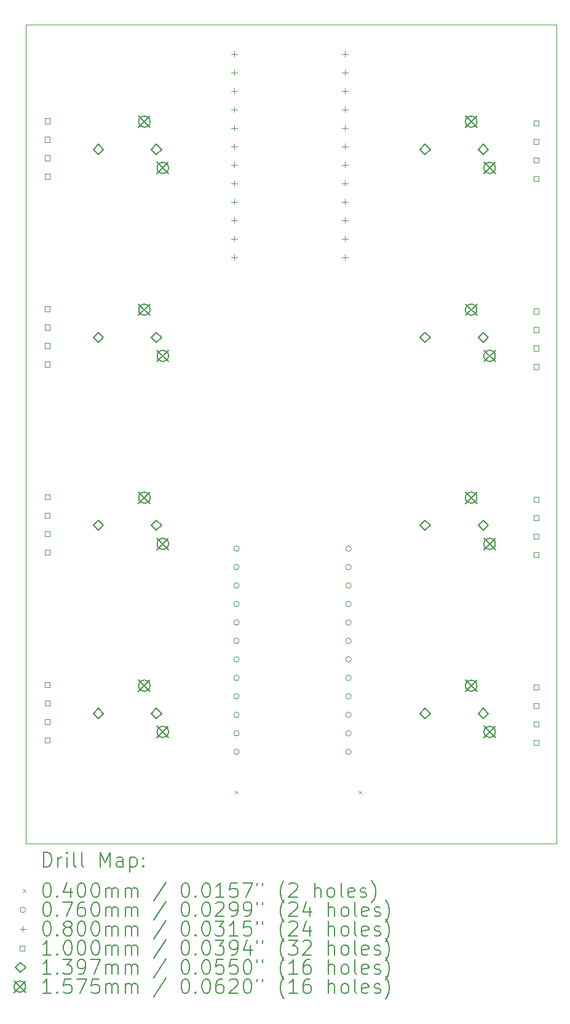
<source format=gbr>
%TF.GenerationSoftware,KiCad,Pcbnew,7.0.2*%
%TF.CreationDate,2023-10-25T06:34:29-04:00*%
%TF.ProjectId,MacroPad Base,4d616372-6f50-4616-9420-426173652e6b,rev?*%
%TF.SameCoordinates,Original*%
%TF.FileFunction,Drillmap*%
%TF.FilePolarity,Positive*%
%FSLAX45Y45*%
G04 Gerber Fmt 4.5, Leading zero omitted, Abs format (unit mm)*
G04 Created by KiCad (PCBNEW 7.0.2) date 2023-10-25 06:34:29*
%MOMM*%
%LPD*%
G01*
G04 APERTURE LIST*
%ADD10C,0.100000*%
%ADD11C,0.200000*%
%ADD12C,0.040000*%
%ADD13C,0.076000*%
%ADD14C,0.080000*%
%ADD15C,0.139700*%
%ADD16C,0.157480*%
G04 APERTURE END LIST*
D10*
X4212350Y-2032900D02*
X11516450Y-2032900D01*
X11516450Y-13298300D01*
X4212350Y-13298300D01*
X4212350Y-2032900D01*
D11*
D12*
X7091300Y-12566800D02*
X7131300Y-12606800D01*
X7131300Y-12566800D02*
X7091300Y-12606800D01*
X8789600Y-12566800D02*
X8829600Y-12606800D01*
X8829600Y-12566800D02*
X8789600Y-12606800D01*
D13*
X7148900Y-9239800D02*
G75*
G03*
X7148900Y-9239800I-38000J0D01*
G01*
X7148900Y-9493800D02*
G75*
G03*
X7148900Y-9493800I-38000J0D01*
G01*
X7148900Y-9747800D02*
G75*
G03*
X7148900Y-9747800I-38000J0D01*
G01*
X7148900Y-10001800D02*
G75*
G03*
X7148900Y-10001800I-38000J0D01*
G01*
X7148900Y-10255800D02*
G75*
G03*
X7148900Y-10255800I-38000J0D01*
G01*
X7148900Y-10509800D02*
G75*
G03*
X7148900Y-10509800I-38000J0D01*
G01*
X7148900Y-10763800D02*
G75*
G03*
X7148900Y-10763800I-38000J0D01*
G01*
X7148900Y-11017800D02*
G75*
G03*
X7148900Y-11017800I-38000J0D01*
G01*
X7148900Y-11271800D02*
G75*
G03*
X7148900Y-11271800I-38000J0D01*
G01*
X7148900Y-11525800D02*
G75*
G03*
X7148900Y-11525800I-38000J0D01*
G01*
X7148900Y-11779800D02*
G75*
G03*
X7148900Y-11779800I-38000J0D01*
G01*
X7148900Y-12033800D02*
G75*
G03*
X7148900Y-12033800I-38000J0D01*
G01*
X8690900Y-9239800D02*
G75*
G03*
X8690900Y-9239800I-38000J0D01*
G01*
X8690900Y-9493800D02*
G75*
G03*
X8690900Y-9493800I-38000J0D01*
G01*
X8690900Y-9747800D02*
G75*
G03*
X8690900Y-9747800I-38000J0D01*
G01*
X8690900Y-10001800D02*
G75*
G03*
X8690900Y-10001800I-38000J0D01*
G01*
X8690900Y-10255800D02*
G75*
G03*
X8690900Y-10255800I-38000J0D01*
G01*
X8690900Y-10509800D02*
G75*
G03*
X8690900Y-10509800I-38000J0D01*
G01*
X8690900Y-10763800D02*
G75*
G03*
X8690900Y-10763800I-38000J0D01*
G01*
X8690900Y-11017800D02*
G75*
G03*
X8690900Y-11017800I-38000J0D01*
G01*
X8690900Y-11271800D02*
G75*
G03*
X8690900Y-11271800I-38000J0D01*
G01*
X8690900Y-11525800D02*
G75*
G03*
X8690900Y-11525800I-38000J0D01*
G01*
X8690900Y-11779800D02*
G75*
G03*
X8690900Y-11779800I-38000J0D01*
G01*
X8690900Y-12033800D02*
G75*
G03*
X8690900Y-12033800I-38000J0D01*
G01*
D14*
X7081200Y-2398700D02*
X7081200Y-2478700D01*
X7041200Y-2438700D02*
X7121200Y-2438700D01*
X7081200Y-2652700D02*
X7081200Y-2732700D01*
X7041200Y-2692700D02*
X7121200Y-2692700D01*
X7081200Y-2906700D02*
X7081200Y-2986700D01*
X7041200Y-2946700D02*
X7121200Y-2946700D01*
X7081200Y-3160700D02*
X7081200Y-3240700D01*
X7041200Y-3200700D02*
X7121200Y-3200700D01*
X7081200Y-3414700D02*
X7081200Y-3494700D01*
X7041200Y-3454700D02*
X7121200Y-3454700D01*
X7081200Y-3668700D02*
X7081200Y-3748700D01*
X7041200Y-3708700D02*
X7121200Y-3708700D01*
X7081200Y-3922700D02*
X7081200Y-4002700D01*
X7041200Y-3962700D02*
X7121200Y-3962700D01*
X7081200Y-4176700D02*
X7081200Y-4256700D01*
X7041200Y-4216700D02*
X7121200Y-4216700D01*
X7081200Y-4430700D02*
X7081200Y-4510700D01*
X7041200Y-4470700D02*
X7121200Y-4470700D01*
X7081200Y-4684700D02*
X7081200Y-4764700D01*
X7041200Y-4724700D02*
X7121200Y-4724700D01*
X7081200Y-4938700D02*
X7081200Y-5018700D01*
X7041200Y-4978700D02*
X7121200Y-4978700D01*
X7081200Y-5192700D02*
X7081200Y-5272700D01*
X7041200Y-5232700D02*
X7121200Y-5232700D01*
X8605200Y-2398700D02*
X8605200Y-2478700D01*
X8565200Y-2438700D02*
X8645200Y-2438700D01*
X8605200Y-2652700D02*
X8605200Y-2732700D01*
X8565200Y-2692700D02*
X8645200Y-2692700D01*
X8605200Y-2906700D02*
X8605200Y-2986700D01*
X8565200Y-2946700D02*
X8645200Y-2946700D01*
X8605200Y-3160700D02*
X8605200Y-3240700D01*
X8565200Y-3200700D02*
X8645200Y-3200700D01*
X8605200Y-3414700D02*
X8605200Y-3494700D01*
X8565200Y-3454700D02*
X8645200Y-3454700D01*
X8605200Y-3668700D02*
X8605200Y-3748700D01*
X8565200Y-3708700D02*
X8645200Y-3708700D01*
X8605200Y-3922700D02*
X8605200Y-4002700D01*
X8565200Y-3962700D02*
X8645200Y-3962700D01*
X8605200Y-4176700D02*
X8605200Y-4256700D01*
X8565200Y-4216700D02*
X8645200Y-4216700D01*
X8605200Y-4430700D02*
X8605200Y-4510700D01*
X8565200Y-4470700D02*
X8645200Y-4470700D01*
X8605200Y-4684700D02*
X8605200Y-4764700D01*
X8565200Y-4724700D02*
X8645200Y-4724700D01*
X8605200Y-4938700D02*
X8605200Y-5018700D01*
X8565200Y-4978700D02*
X8645200Y-4978700D01*
X8605200Y-5192700D02*
X8605200Y-5272700D01*
X8565200Y-5232700D02*
X8645200Y-5232700D01*
D10*
X4541156Y-3395056D02*
X4541156Y-3324344D01*
X4470444Y-3324344D01*
X4470444Y-3395056D01*
X4541156Y-3395056D01*
X4541156Y-3649056D02*
X4541156Y-3578344D01*
X4470444Y-3578344D01*
X4470444Y-3649056D01*
X4541156Y-3649056D01*
X4541156Y-3903056D02*
X4541156Y-3832344D01*
X4470444Y-3832344D01*
X4470444Y-3903056D01*
X4541156Y-3903056D01*
X4541156Y-4157056D02*
X4541156Y-4086344D01*
X4470444Y-4086344D01*
X4470444Y-4157056D01*
X4541156Y-4157056D01*
X4541156Y-5980056D02*
X4541156Y-5909344D01*
X4470444Y-5909344D01*
X4470444Y-5980056D01*
X4541156Y-5980056D01*
X4541156Y-6234056D02*
X4541156Y-6163344D01*
X4470444Y-6163344D01*
X4470444Y-6234056D01*
X4541156Y-6234056D01*
X4541156Y-6488056D02*
X4541156Y-6417344D01*
X4470444Y-6417344D01*
X4470444Y-6488056D01*
X4541156Y-6488056D01*
X4541156Y-6742056D02*
X4541156Y-6671344D01*
X4470444Y-6671344D01*
X4470444Y-6742056D01*
X4541156Y-6742056D01*
X4541156Y-8565056D02*
X4541156Y-8494344D01*
X4470444Y-8494344D01*
X4470444Y-8565056D01*
X4541156Y-8565056D01*
X4541156Y-8819056D02*
X4541156Y-8748344D01*
X4470444Y-8748344D01*
X4470444Y-8819056D01*
X4541156Y-8819056D01*
X4541156Y-9073056D02*
X4541156Y-9002344D01*
X4470444Y-9002344D01*
X4470444Y-9073056D01*
X4541156Y-9073056D01*
X4541156Y-9327056D02*
X4541156Y-9256344D01*
X4470444Y-9256344D01*
X4470444Y-9327056D01*
X4541156Y-9327056D01*
X4541156Y-11150056D02*
X4541156Y-11079344D01*
X4470444Y-11079344D01*
X4470444Y-11150056D01*
X4541156Y-11150056D01*
X4541156Y-11404056D02*
X4541156Y-11333344D01*
X4470444Y-11333344D01*
X4470444Y-11404056D01*
X4541156Y-11404056D01*
X4541156Y-11658056D02*
X4541156Y-11587344D01*
X4470444Y-11587344D01*
X4470444Y-11658056D01*
X4541156Y-11658056D01*
X4541156Y-11912056D02*
X4541156Y-11841344D01*
X4470444Y-11841344D01*
X4470444Y-11912056D01*
X4541156Y-11912056D01*
X11273156Y-3428656D02*
X11273156Y-3357944D01*
X11202444Y-3357944D01*
X11202444Y-3428656D01*
X11273156Y-3428656D01*
X11273156Y-3682656D02*
X11273156Y-3611944D01*
X11202444Y-3611944D01*
X11202444Y-3682656D01*
X11273156Y-3682656D01*
X11273156Y-3936656D02*
X11273156Y-3865944D01*
X11202444Y-3865944D01*
X11202444Y-3936656D01*
X11273156Y-3936656D01*
X11273156Y-4190656D02*
X11273156Y-4119944D01*
X11202444Y-4119944D01*
X11202444Y-4190656D01*
X11273156Y-4190656D01*
X11273156Y-6013656D02*
X11273156Y-5942944D01*
X11202444Y-5942944D01*
X11202444Y-6013656D01*
X11273156Y-6013656D01*
X11273156Y-6267656D02*
X11273156Y-6196944D01*
X11202444Y-6196944D01*
X11202444Y-6267656D01*
X11273156Y-6267656D01*
X11273156Y-6521656D02*
X11273156Y-6450944D01*
X11202444Y-6450944D01*
X11202444Y-6521656D01*
X11273156Y-6521656D01*
X11273156Y-6775656D02*
X11273156Y-6704944D01*
X11202444Y-6704944D01*
X11202444Y-6775656D01*
X11273156Y-6775656D01*
X11273156Y-8598656D02*
X11273156Y-8527944D01*
X11202444Y-8527944D01*
X11202444Y-8598656D01*
X11273156Y-8598656D01*
X11273156Y-8852656D02*
X11273156Y-8781944D01*
X11202444Y-8781944D01*
X11202444Y-8852656D01*
X11273156Y-8852656D01*
X11273156Y-9106656D02*
X11273156Y-9035944D01*
X11202444Y-9035944D01*
X11202444Y-9106656D01*
X11273156Y-9106656D01*
X11273156Y-9360656D02*
X11273156Y-9289944D01*
X11202444Y-9289944D01*
X11202444Y-9360656D01*
X11273156Y-9360656D01*
X11273156Y-11183656D02*
X11273156Y-11112944D01*
X11202444Y-11112944D01*
X11202444Y-11183656D01*
X11273156Y-11183656D01*
X11273156Y-11437656D02*
X11273156Y-11366944D01*
X11202444Y-11366944D01*
X11202444Y-11437656D01*
X11273156Y-11437656D01*
X11273156Y-11691656D02*
X11273156Y-11620944D01*
X11202444Y-11620944D01*
X11202444Y-11691656D01*
X11273156Y-11691656D01*
X11273156Y-11945656D02*
X11273156Y-11874944D01*
X11202444Y-11874944D01*
X11202444Y-11945656D01*
X11273156Y-11945656D01*
D15*
X5209070Y-3821050D02*
X5278920Y-3751200D01*
X5209070Y-3681350D01*
X5139220Y-3751200D01*
X5209070Y-3821050D01*
X5209070Y-6406050D02*
X5278920Y-6336200D01*
X5209070Y-6266350D01*
X5139220Y-6336200D01*
X5209070Y-6406050D01*
X5209070Y-8991050D02*
X5278920Y-8921200D01*
X5209070Y-8851350D01*
X5139220Y-8921200D01*
X5209070Y-8991050D01*
X5209070Y-11576050D02*
X5278920Y-11506200D01*
X5209070Y-11436350D01*
X5139220Y-11506200D01*
X5209070Y-11576050D01*
X6009170Y-3821050D02*
X6079020Y-3751200D01*
X6009170Y-3681350D01*
X5939320Y-3751200D01*
X6009170Y-3821050D01*
X6009170Y-6406050D02*
X6079020Y-6336200D01*
X6009170Y-6266350D01*
X5939320Y-6336200D01*
X6009170Y-6406050D01*
X6009170Y-8991050D02*
X6079020Y-8921200D01*
X6009170Y-8851350D01*
X5939320Y-8921200D01*
X6009170Y-8991050D01*
X6009170Y-11576050D02*
X6079020Y-11506200D01*
X6009170Y-11436350D01*
X5939320Y-11506200D01*
X6009170Y-11576050D01*
X9709070Y-3821050D02*
X9778920Y-3751200D01*
X9709070Y-3681350D01*
X9639220Y-3751200D01*
X9709070Y-3821050D01*
X9709070Y-6406050D02*
X9778920Y-6336200D01*
X9709070Y-6266350D01*
X9639220Y-6336200D01*
X9709070Y-6406050D01*
X9709070Y-8991050D02*
X9778920Y-8921200D01*
X9709070Y-8851350D01*
X9639220Y-8921200D01*
X9709070Y-8991050D01*
X9709070Y-11576050D02*
X9778920Y-11506200D01*
X9709070Y-11436350D01*
X9639220Y-11506200D01*
X9709070Y-11576050D01*
X10509170Y-3821050D02*
X10579020Y-3751200D01*
X10509170Y-3681350D01*
X10439320Y-3751200D01*
X10509170Y-3821050D01*
X10509170Y-6406050D02*
X10579020Y-6336200D01*
X10509170Y-6266350D01*
X10439320Y-6336200D01*
X10509170Y-6406050D01*
X10509170Y-8991050D02*
X10579020Y-8921200D01*
X10509170Y-8851350D01*
X10439320Y-8921200D01*
X10509170Y-8991050D01*
X10509170Y-11576050D02*
X10579020Y-11506200D01*
X10509170Y-11436350D01*
X10439320Y-11506200D01*
X10509170Y-11576050D01*
D16*
X5764060Y-3291460D02*
X5921540Y-3448940D01*
X5921540Y-3291460D02*
X5764060Y-3448940D01*
X5921540Y-3370200D02*
G75*
G03*
X5921540Y-3370200I-78740J0D01*
G01*
X5764060Y-5876460D02*
X5921540Y-6033940D01*
X5921540Y-5876460D02*
X5764060Y-6033940D01*
X5921540Y-5955200D02*
G75*
G03*
X5921540Y-5955200I-78740J0D01*
G01*
X5764060Y-8461460D02*
X5921540Y-8618940D01*
X5921540Y-8461460D02*
X5764060Y-8618940D01*
X5921540Y-8540200D02*
G75*
G03*
X5921540Y-8540200I-78740J0D01*
G01*
X5764060Y-11046460D02*
X5921540Y-11203940D01*
X5921540Y-11046460D02*
X5764060Y-11203940D01*
X5921540Y-11125200D02*
G75*
G03*
X5921540Y-11125200I-78740J0D01*
G01*
X6018060Y-3926460D02*
X6175540Y-4083940D01*
X6175540Y-3926460D02*
X6018060Y-4083940D01*
X6175540Y-4005200D02*
G75*
G03*
X6175540Y-4005200I-78740J0D01*
G01*
X6018060Y-6511460D02*
X6175540Y-6668940D01*
X6175540Y-6511460D02*
X6018060Y-6668940D01*
X6175540Y-6590200D02*
G75*
G03*
X6175540Y-6590200I-78740J0D01*
G01*
X6018060Y-9096460D02*
X6175540Y-9253940D01*
X6175540Y-9096460D02*
X6018060Y-9253940D01*
X6175540Y-9175200D02*
G75*
G03*
X6175540Y-9175200I-78740J0D01*
G01*
X6018060Y-11681460D02*
X6175540Y-11838940D01*
X6175540Y-11681460D02*
X6018060Y-11838940D01*
X6175540Y-11760200D02*
G75*
G03*
X6175540Y-11760200I-78740J0D01*
G01*
X10264060Y-3291460D02*
X10421540Y-3448940D01*
X10421540Y-3291460D02*
X10264060Y-3448940D01*
X10421540Y-3370200D02*
G75*
G03*
X10421540Y-3370200I-78740J0D01*
G01*
X10264060Y-5876460D02*
X10421540Y-6033940D01*
X10421540Y-5876460D02*
X10264060Y-6033940D01*
X10421540Y-5955200D02*
G75*
G03*
X10421540Y-5955200I-78740J0D01*
G01*
X10264060Y-8461460D02*
X10421540Y-8618940D01*
X10421540Y-8461460D02*
X10264060Y-8618940D01*
X10421540Y-8540200D02*
G75*
G03*
X10421540Y-8540200I-78740J0D01*
G01*
X10264060Y-11046460D02*
X10421540Y-11203940D01*
X10421540Y-11046460D02*
X10264060Y-11203940D01*
X10421540Y-11125200D02*
G75*
G03*
X10421540Y-11125200I-78740J0D01*
G01*
X10518060Y-3926460D02*
X10675540Y-4083940D01*
X10675540Y-3926460D02*
X10518060Y-4083940D01*
X10675540Y-4005200D02*
G75*
G03*
X10675540Y-4005200I-78740J0D01*
G01*
X10518060Y-6511460D02*
X10675540Y-6668940D01*
X10675540Y-6511460D02*
X10518060Y-6668940D01*
X10675540Y-6590200D02*
G75*
G03*
X10675540Y-6590200I-78740J0D01*
G01*
X10518060Y-9096460D02*
X10675540Y-9253940D01*
X10675540Y-9096460D02*
X10518060Y-9253940D01*
X10675540Y-9175200D02*
G75*
G03*
X10675540Y-9175200I-78740J0D01*
G01*
X10518060Y-11681460D02*
X10675540Y-11838940D01*
X10675540Y-11681460D02*
X10518060Y-11838940D01*
X10675540Y-11760200D02*
G75*
G03*
X10675540Y-11760200I-78740J0D01*
G01*
D11*
X4454969Y-13615824D02*
X4454969Y-13415824D01*
X4454969Y-13415824D02*
X4502588Y-13415824D01*
X4502588Y-13415824D02*
X4531160Y-13425348D01*
X4531160Y-13425348D02*
X4550207Y-13444395D01*
X4550207Y-13444395D02*
X4559731Y-13463443D01*
X4559731Y-13463443D02*
X4569255Y-13501538D01*
X4569255Y-13501538D02*
X4569255Y-13530109D01*
X4569255Y-13530109D02*
X4559731Y-13568205D01*
X4559731Y-13568205D02*
X4550207Y-13587252D01*
X4550207Y-13587252D02*
X4531160Y-13606300D01*
X4531160Y-13606300D02*
X4502588Y-13615824D01*
X4502588Y-13615824D02*
X4454969Y-13615824D01*
X4654969Y-13615824D02*
X4654969Y-13482490D01*
X4654969Y-13520586D02*
X4664493Y-13501538D01*
X4664493Y-13501538D02*
X4674017Y-13492014D01*
X4674017Y-13492014D02*
X4693064Y-13482490D01*
X4693064Y-13482490D02*
X4712112Y-13482490D01*
X4778779Y-13615824D02*
X4778779Y-13482490D01*
X4778779Y-13415824D02*
X4769255Y-13425348D01*
X4769255Y-13425348D02*
X4778779Y-13434871D01*
X4778779Y-13434871D02*
X4788302Y-13425348D01*
X4788302Y-13425348D02*
X4778779Y-13415824D01*
X4778779Y-13415824D02*
X4778779Y-13434871D01*
X4902588Y-13615824D02*
X4883540Y-13606300D01*
X4883540Y-13606300D02*
X4874017Y-13587252D01*
X4874017Y-13587252D02*
X4874017Y-13415824D01*
X5007350Y-13615824D02*
X4988302Y-13606300D01*
X4988302Y-13606300D02*
X4978779Y-13587252D01*
X4978779Y-13587252D02*
X4978779Y-13415824D01*
X5235921Y-13615824D02*
X5235921Y-13415824D01*
X5235921Y-13415824D02*
X5302588Y-13558681D01*
X5302588Y-13558681D02*
X5369255Y-13415824D01*
X5369255Y-13415824D02*
X5369255Y-13615824D01*
X5550207Y-13615824D02*
X5550207Y-13511062D01*
X5550207Y-13511062D02*
X5540683Y-13492014D01*
X5540683Y-13492014D02*
X5521636Y-13482490D01*
X5521636Y-13482490D02*
X5483540Y-13482490D01*
X5483540Y-13482490D02*
X5464493Y-13492014D01*
X5550207Y-13606300D02*
X5531160Y-13615824D01*
X5531160Y-13615824D02*
X5483540Y-13615824D01*
X5483540Y-13615824D02*
X5464493Y-13606300D01*
X5464493Y-13606300D02*
X5454969Y-13587252D01*
X5454969Y-13587252D02*
X5454969Y-13568205D01*
X5454969Y-13568205D02*
X5464493Y-13549157D01*
X5464493Y-13549157D02*
X5483540Y-13539633D01*
X5483540Y-13539633D02*
X5531160Y-13539633D01*
X5531160Y-13539633D02*
X5550207Y-13530109D01*
X5645445Y-13482490D02*
X5645445Y-13682490D01*
X5645445Y-13492014D02*
X5664493Y-13482490D01*
X5664493Y-13482490D02*
X5702588Y-13482490D01*
X5702588Y-13482490D02*
X5721636Y-13492014D01*
X5721636Y-13492014D02*
X5731159Y-13501538D01*
X5731159Y-13501538D02*
X5740683Y-13520586D01*
X5740683Y-13520586D02*
X5740683Y-13577728D01*
X5740683Y-13577728D02*
X5731159Y-13596776D01*
X5731159Y-13596776D02*
X5721636Y-13606300D01*
X5721636Y-13606300D02*
X5702588Y-13615824D01*
X5702588Y-13615824D02*
X5664493Y-13615824D01*
X5664493Y-13615824D02*
X5645445Y-13606300D01*
X5826398Y-13596776D02*
X5835921Y-13606300D01*
X5835921Y-13606300D02*
X5826398Y-13615824D01*
X5826398Y-13615824D02*
X5816874Y-13606300D01*
X5816874Y-13606300D02*
X5826398Y-13596776D01*
X5826398Y-13596776D02*
X5826398Y-13615824D01*
X5826398Y-13492014D02*
X5835921Y-13501538D01*
X5835921Y-13501538D02*
X5826398Y-13511062D01*
X5826398Y-13511062D02*
X5816874Y-13501538D01*
X5816874Y-13501538D02*
X5826398Y-13492014D01*
X5826398Y-13492014D02*
X5826398Y-13511062D01*
D12*
X4167350Y-13923300D02*
X4207350Y-13963300D01*
X4207350Y-13923300D02*
X4167350Y-13963300D01*
D11*
X4493064Y-13835824D02*
X4512112Y-13835824D01*
X4512112Y-13835824D02*
X4531160Y-13845348D01*
X4531160Y-13845348D02*
X4540683Y-13854871D01*
X4540683Y-13854871D02*
X4550207Y-13873919D01*
X4550207Y-13873919D02*
X4559731Y-13912014D01*
X4559731Y-13912014D02*
X4559731Y-13959633D01*
X4559731Y-13959633D02*
X4550207Y-13997728D01*
X4550207Y-13997728D02*
X4540683Y-14016776D01*
X4540683Y-14016776D02*
X4531160Y-14026300D01*
X4531160Y-14026300D02*
X4512112Y-14035824D01*
X4512112Y-14035824D02*
X4493064Y-14035824D01*
X4493064Y-14035824D02*
X4474017Y-14026300D01*
X4474017Y-14026300D02*
X4464493Y-14016776D01*
X4464493Y-14016776D02*
X4454969Y-13997728D01*
X4454969Y-13997728D02*
X4445445Y-13959633D01*
X4445445Y-13959633D02*
X4445445Y-13912014D01*
X4445445Y-13912014D02*
X4454969Y-13873919D01*
X4454969Y-13873919D02*
X4464493Y-13854871D01*
X4464493Y-13854871D02*
X4474017Y-13845348D01*
X4474017Y-13845348D02*
X4493064Y-13835824D01*
X4645445Y-14016776D02*
X4654969Y-14026300D01*
X4654969Y-14026300D02*
X4645445Y-14035824D01*
X4645445Y-14035824D02*
X4635921Y-14026300D01*
X4635921Y-14026300D02*
X4645445Y-14016776D01*
X4645445Y-14016776D02*
X4645445Y-14035824D01*
X4826398Y-13902490D02*
X4826398Y-14035824D01*
X4778779Y-13826300D02*
X4731160Y-13969157D01*
X4731160Y-13969157D02*
X4854969Y-13969157D01*
X4969255Y-13835824D02*
X4988302Y-13835824D01*
X4988302Y-13835824D02*
X5007350Y-13845348D01*
X5007350Y-13845348D02*
X5016874Y-13854871D01*
X5016874Y-13854871D02*
X5026398Y-13873919D01*
X5026398Y-13873919D02*
X5035921Y-13912014D01*
X5035921Y-13912014D02*
X5035921Y-13959633D01*
X5035921Y-13959633D02*
X5026398Y-13997728D01*
X5026398Y-13997728D02*
X5016874Y-14016776D01*
X5016874Y-14016776D02*
X5007350Y-14026300D01*
X5007350Y-14026300D02*
X4988302Y-14035824D01*
X4988302Y-14035824D02*
X4969255Y-14035824D01*
X4969255Y-14035824D02*
X4950207Y-14026300D01*
X4950207Y-14026300D02*
X4940683Y-14016776D01*
X4940683Y-14016776D02*
X4931160Y-13997728D01*
X4931160Y-13997728D02*
X4921636Y-13959633D01*
X4921636Y-13959633D02*
X4921636Y-13912014D01*
X4921636Y-13912014D02*
X4931160Y-13873919D01*
X4931160Y-13873919D02*
X4940683Y-13854871D01*
X4940683Y-13854871D02*
X4950207Y-13845348D01*
X4950207Y-13845348D02*
X4969255Y-13835824D01*
X5159731Y-13835824D02*
X5178779Y-13835824D01*
X5178779Y-13835824D02*
X5197826Y-13845348D01*
X5197826Y-13845348D02*
X5207350Y-13854871D01*
X5207350Y-13854871D02*
X5216874Y-13873919D01*
X5216874Y-13873919D02*
X5226398Y-13912014D01*
X5226398Y-13912014D02*
X5226398Y-13959633D01*
X5226398Y-13959633D02*
X5216874Y-13997728D01*
X5216874Y-13997728D02*
X5207350Y-14016776D01*
X5207350Y-14016776D02*
X5197826Y-14026300D01*
X5197826Y-14026300D02*
X5178779Y-14035824D01*
X5178779Y-14035824D02*
X5159731Y-14035824D01*
X5159731Y-14035824D02*
X5140683Y-14026300D01*
X5140683Y-14026300D02*
X5131160Y-14016776D01*
X5131160Y-14016776D02*
X5121636Y-13997728D01*
X5121636Y-13997728D02*
X5112112Y-13959633D01*
X5112112Y-13959633D02*
X5112112Y-13912014D01*
X5112112Y-13912014D02*
X5121636Y-13873919D01*
X5121636Y-13873919D02*
X5131160Y-13854871D01*
X5131160Y-13854871D02*
X5140683Y-13845348D01*
X5140683Y-13845348D02*
X5159731Y-13835824D01*
X5312112Y-14035824D02*
X5312112Y-13902490D01*
X5312112Y-13921538D02*
X5321636Y-13912014D01*
X5321636Y-13912014D02*
X5340683Y-13902490D01*
X5340683Y-13902490D02*
X5369255Y-13902490D01*
X5369255Y-13902490D02*
X5388302Y-13912014D01*
X5388302Y-13912014D02*
X5397826Y-13931062D01*
X5397826Y-13931062D02*
X5397826Y-14035824D01*
X5397826Y-13931062D02*
X5407350Y-13912014D01*
X5407350Y-13912014D02*
X5426398Y-13902490D01*
X5426398Y-13902490D02*
X5454969Y-13902490D01*
X5454969Y-13902490D02*
X5474017Y-13912014D01*
X5474017Y-13912014D02*
X5483541Y-13931062D01*
X5483541Y-13931062D02*
X5483541Y-14035824D01*
X5578779Y-14035824D02*
X5578779Y-13902490D01*
X5578779Y-13921538D02*
X5588302Y-13912014D01*
X5588302Y-13912014D02*
X5607350Y-13902490D01*
X5607350Y-13902490D02*
X5635921Y-13902490D01*
X5635921Y-13902490D02*
X5654969Y-13912014D01*
X5654969Y-13912014D02*
X5664493Y-13931062D01*
X5664493Y-13931062D02*
X5664493Y-14035824D01*
X5664493Y-13931062D02*
X5674017Y-13912014D01*
X5674017Y-13912014D02*
X5693064Y-13902490D01*
X5693064Y-13902490D02*
X5721636Y-13902490D01*
X5721636Y-13902490D02*
X5740683Y-13912014D01*
X5740683Y-13912014D02*
X5750207Y-13931062D01*
X5750207Y-13931062D02*
X5750207Y-14035824D01*
X6140683Y-13826300D02*
X5969255Y-14083443D01*
X6397826Y-13835824D02*
X6416874Y-13835824D01*
X6416874Y-13835824D02*
X6435922Y-13845348D01*
X6435922Y-13845348D02*
X6445445Y-13854871D01*
X6445445Y-13854871D02*
X6454969Y-13873919D01*
X6454969Y-13873919D02*
X6464493Y-13912014D01*
X6464493Y-13912014D02*
X6464493Y-13959633D01*
X6464493Y-13959633D02*
X6454969Y-13997728D01*
X6454969Y-13997728D02*
X6445445Y-14016776D01*
X6445445Y-14016776D02*
X6435922Y-14026300D01*
X6435922Y-14026300D02*
X6416874Y-14035824D01*
X6416874Y-14035824D02*
X6397826Y-14035824D01*
X6397826Y-14035824D02*
X6378779Y-14026300D01*
X6378779Y-14026300D02*
X6369255Y-14016776D01*
X6369255Y-14016776D02*
X6359731Y-13997728D01*
X6359731Y-13997728D02*
X6350207Y-13959633D01*
X6350207Y-13959633D02*
X6350207Y-13912014D01*
X6350207Y-13912014D02*
X6359731Y-13873919D01*
X6359731Y-13873919D02*
X6369255Y-13854871D01*
X6369255Y-13854871D02*
X6378779Y-13845348D01*
X6378779Y-13845348D02*
X6397826Y-13835824D01*
X6550207Y-14016776D02*
X6559731Y-14026300D01*
X6559731Y-14026300D02*
X6550207Y-14035824D01*
X6550207Y-14035824D02*
X6540683Y-14026300D01*
X6540683Y-14026300D02*
X6550207Y-14016776D01*
X6550207Y-14016776D02*
X6550207Y-14035824D01*
X6683541Y-13835824D02*
X6702588Y-13835824D01*
X6702588Y-13835824D02*
X6721636Y-13845348D01*
X6721636Y-13845348D02*
X6731160Y-13854871D01*
X6731160Y-13854871D02*
X6740683Y-13873919D01*
X6740683Y-13873919D02*
X6750207Y-13912014D01*
X6750207Y-13912014D02*
X6750207Y-13959633D01*
X6750207Y-13959633D02*
X6740683Y-13997728D01*
X6740683Y-13997728D02*
X6731160Y-14016776D01*
X6731160Y-14016776D02*
X6721636Y-14026300D01*
X6721636Y-14026300D02*
X6702588Y-14035824D01*
X6702588Y-14035824D02*
X6683541Y-14035824D01*
X6683541Y-14035824D02*
X6664493Y-14026300D01*
X6664493Y-14026300D02*
X6654969Y-14016776D01*
X6654969Y-14016776D02*
X6645445Y-13997728D01*
X6645445Y-13997728D02*
X6635922Y-13959633D01*
X6635922Y-13959633D02*
X6635922Y-13912014D01*
X6635922Y-13912014D02*
X6645445Y-13873919D01*
X6645445Y-13873919D02*
X6654969Y-13854871D01*
X6654969Y-13854871D02*
X6664493Y-13845348D01*
X6664493Y-13845348D02*
X6683541Y-13835824D01*
X6940683Y-14035824D02*
X6826398Y-14035824D01*
X6883541Y-14035824D02*
X6883541Y-13835824D01*
X6883541Y-13835824D02*
X6864493Y-13864395D01*
X6864493Y-13864395D02*
X6845445Y-13883443D01*
X6845445Y-13883443D02*
X6826398Y-13892967D01*
X7121636Y-13835824D02*
X7026398Y-13835824D01*
X7026398Y-13835824D02*
X7016874Y-13931062D01*
X7016874Y-13931062D02*
X7026398Y-13921538D01*
X7026398Y-13921538D02*
X7045445Y-13912014D01*
X7045445Y-13912014D02*
X7093064Y-13912014D01*
X7093064Y-13912014D02*
X7112112Y-13921538D01*
X7112112Y-13921538D02*
X7121636Y-13931062D01*
X7121636Y-13931062D02*
X7131160Y-13950109D01*
X7131160Y-13950109D02*
X7131160Y-13997728D01*
X7131160Y-13997728D02*
X7121636Y-14016776D01*
X7121636Y-14016776D02*
X7112112Y-14026300D01*
X7112112Y-14026300D02*
X7093064Y-14035824D01*
X7093064Y-14035824D02*
X7045445Y-14035824D01*
X7045445Y-14035824D02*
X7026398Y-14026300D01*
X7026398Y-14026300D02*
X7016874Y-14016776D01*
X7197826Y-13835824D02*
X7331160Y-13835824D01*
X7331160Y-13835824D02*
X7245445Y-14035824D01*
X7397826Y-13835824D02*
X7397826Y-13873919D01*
X7474017Y-13835824D02*
X7474017Y-13873919D01*
X7769255Y-14112014D02*
X7759731Y-14102490D01*
X7759731Y-14102490D02*
X7740684Y-14073919D01*
X7740684Y-14073919D02*
X7731160Y-14054871D01*
X7731160Y-14054871D02*
X7721636Y-14026300D01*
X7721636Y-14026300D02*
X7712112Y-13978681D01*
X7712112Y-13978681D02*
X7712112Y-13940586D01*
X7712112Y-13940586D02*
X7721636Y-13892967D01*
X7721636Y-13892967D02*
X7731160Y-13864395D01*
X7731160Y-13864395D02*
X7740684Y-13845348D01*
X7740684Y-13845348D02*
X7759731Y-13816776D01*
X7759731Y-13816776D02*
X7769255Y-13807252D01*
X7835922Y-13854871D02*
X7845445Y-13845348D01*
X7845445Y-13845348D02*
X7864493Y-13835824D01*
X7864493Y-13835824D02*
X7912112Y-13835824D01*
X7912112Y-13835824D02*
X7931160Y-13845348D01*
X7931160Y-13845348D02*
X7940684Y-13854871D01*
X7940684Y-13854871D02*
X7950207Y-13873919D01*
X7950207Y-13873919D02*
X7950207Y-13892967D01*
X7950207Y-13892967D02*
X7940684Y-13921538D01*
X7940684Y-13921538D02*
X7826398Y-14035824D01*
X7826398Y-14035824D02*
X7950207Y-14035824D01*
X8188303Y-14035824D02*
X8188303Y-13835824D01*
X8274017Y-14035824D02*
X8274017Y-13931062D01*
X8274017Y-13931062D02*
X8264493Y-13912014D01*
X8264493Y-13912014D02*
X8245446Y-13902490D01*
X8245446Y-13902490D02*
X8216874Y-13902490D01*
X8216874Y-13902490D02*
X8197826Y-13912014D01*
X8197826Y-13912014D02*
X8188303Y-13921538D01*
X8397827Y-14035824D02*
X8378779Y-14026300D01*
X8378779Y-14026300D02*
X8369255Y-14016776D01*
X8369255Y-14016776D02*
X8359731Y-13997728D01*
X8359731Y-13997728D02*
X8359731Y-13940586D01*
X8359731Y-13940586D02*
X8369255Y-13921538D01*
X8369255Y-13921538D02*
X8378779Y-13912014D01*
X8378779Y-13912014D02*
X8397827Y-13902490D01*
X8397827Y-13902490D02*
X8426398Y-13902490D01*
X8426398Y-13902490D02*
X8445446Y-13912014D01*
X8445446Y-13912014D02*
X8454969Y-13921538D01*
X8454969Y-13921538D02*
X8464493Y-13940586D01*
X8464493Y-13940586D02*
X8464493Y-13997728D01*
X8464493Y-13997728D02*
X8454969Y-14016776D01*
X8454969Y-14016776D02*
X8445446Y-14026300D01*
X8445446Y-14026300D02*
X8426398Y-14035824D01*
X8426398Y-14035824D02*
X8397827Y-14035824D01*
X8578779Y-14035824D02*
X8559731Y-14026300D01*
X8559731Y-14026300D02*
X8550208Y-14007252D01*
X8550208Y-14007252D02*
X8550208Y-13835824D01*
X8731160Y-14026300D02*
X8712112Y-14035824D01*
X8712112Y-14035824D02*
X8674017Y-14035824D01*
X8674017Y-14035824D02*
X8654969Y-14026300D01*
X8654969Y-14026300D02*
X8645446Y-14007252D01*
X8645446Y-14007252D02*
X8645446Y-13931062D01*
X8645446Y-13931062D02*
X8654969Y-13912014D01*
X8654969Y-13912014D02*
X8674017Y-13902490D01*
X8674017Y-13902490D02*
X8712112Y-13902490D01*
X8712112Y-13902490D02*
X8731160Y-13912014D01*
X8731160Y-13912014D02*
X8740684Y-13931062D01*
X8740684Y-13931062D02*
X8740684Y-13950109D01*
X8740684Y-13950109D02*
X8645446Y-13969157D01*
X8816874Y-14026300D02*
X8835922Y-14035824D01*
X8835922Y-14035824D02*
X8874017Y-14035824D01*
X8874017Y-14035824D02*
X8893065Y-14026300D01*
X8893065Y-14026300D02*
X8902589Y-14007252D01*
X8902589Y-14007252D02*
X8902589Y-13997728D01*
X8902589Y-13997728D02*
X8893065Y-13978681D01*
X8893065Y-13978681D02*
X8874017Y-13969157D01*
X8874017Y-13969157D02*
X8845446Y-13969157D01*
X8845446Y-13969157D02*
X8826398Y-13959633D01*
X8826398Y-13959633D02*
X8816874Y-13940586D01*
X8816874Y-13940586D02*
X8816874Y-13931062D01*
X8816874Y-13931062D02*
X8826398Y-13912014D01*
X8826398Y-13912014D02*
X8845446Y-13902490D01*
X8845446Y-13902490D02*
X8874017Y-13902490D01*
X8874017Y-13902490D02*
X8893065Y-13912014D01*
X8969255Y-14112014D02*
X8978779Y-14102490D01*
X8978779Y-14102490D02*
X8997827Y-14073919D01*
X8997827Y-14073919D02*
X9007350Y-14054871D01*
X9007350Y-14054871D02*
X9016874Y-14026300D01*
X9016874Y-14026300D02*
X9026398Y-13978681D01*
X9026398Y-13978681D02*
X9026398Y-13940586D01*
X9026398Y-13940586D02*
X9016874Y-13892967D01*
X9016874Y-13892967D02*
X9007350Y-13864395D01*
X9007350Y-13864395D02*
X8997827Y-13845348D01*
X8997827Y-13845348D02*
X8978779Y-13816776D01*
X8978779Y-13816776D02*
X8969255Y-13807252D01*
D13*
X4207350Y-14207300D02*
G75*
G03*
X4207350Y-14207300I-38000J0D01*
G01*
D11*
X4493064Y-14099824D02*
X4512112Y-14099824D01*
X4512112Y-14099824D02*
X4531160Y-14109348D01*
X4531160Y-14109348D02*
X4540683Y-14118871D01*
X4540683Y-14118871D02*
X4550207Y-14137919D01*
X4550207Y-14137919D02*
X4559731Y-14176014D01*
X4559731Y-14176014D02*
X4559731Y-14223633D01*
X4559731Y-14223633D02*
X4550207Y-14261728D01*
X4550207Y-14261728D02*
X4540683Y-14280776D01*
X4540683Y-14280776D02*
X4531160Y-14290300D01*
X4531160Y-14290300D02*
X4512112Y-14299824D01*
X4512112Y-14299824D02*
X4493064Y-14299824D01*
X4493064Y-14299824D02*
X4474017Y-14290300D01*
X4474017Y-14290300D02*
X4464493Y-14280776D01*
X4464493Y-14280776D02*
X4454969Y-14261728D01*
X4454969Y-14261728D02*
X4445445Y-14223633D01*
X4445445Y-14223633D02*
X4445445Y-14176014D01*
X4445445Y-14176014D02*
X4454969Y-14137919D01*
X4454969Y-14137919D02*
X4464493Y-14118871D01*
X4464493Y-14118871D02*
X4474017Y-14109348D01*
X4474017Y-14109348D02*
X4493064Y-14099824D01*
X4645445Y-14280776D02*
X4654969Y-14290300D01*
X4654969Y-14290300D02*
X4645445Y-14299824D01*
X4645445Y-14299824D02*
X4635921Y-14290300D01*
X4635921Y-14290300D02*
X4645445Y-14280776D01*
X4645445Y-14280776D02*
X4645445Y-14299824D01*
X4721636Y-14099824D02*
X4854969Y-14099824D01*
X4854969Y-14099824D02*
X4769255Y-14299824D01*
X5016874Y-14099824D02*
X4978779Y-14099824D01*
X4978779Y-14099824D02*
X4959731Y-14109348D01*
X4959731Y-14109348D02*
X4950207Y-14118871D01*
X4950207Y-14118871D02*
X4931160Y-14147443D01*
X4931160Y-14147443D02*
X4921636Y-14185538D01*
X4921636Y-14185538D02*
X4921636Y-14261728D01*
X4921636Y-14261728D02*
X4931160Y-14280776D01*
X4931160Y-14280776D02*
X4940683Y-14290300D01*
X4940683Y-14290300D02*
X4959731Y-14299824D01*
X4959731Y-14299824D02*
X4997826Y-14299824D01*
X4997826Y-14299824D02*
X5016874Y-14290300D01*
X5016874Y-14290300D02*
X5026398Y-14280776D01*
X5026398Y-14280776D02*
X5035921Y-14261728D01*
X5035921Y-14261728D02*
X5035921Y-14214109D01*
X5035921Y-14214109D02*
X5026398Y-14195062D01*
X5026398Y-14195062D02*
X5016874Y-14185538D01*
X5016874Y-14185538D02*
X4997826Y-14176014D01*
X4997826Y-14176014D02*
X4959731Y-14176014D01*
X4959731Y-14176014D02*
X4940683Y-14185538D01*
X4940683Y-14185538D02*
X4931160Y-14195062D01*
X4931160Y-14195062D02*
X4921636Y-14214109D01*
X5159731Y-14099824D02*
X5178779Y-14099824D01*
X5178779Y-14099824D02*
X5197826Y-14109348D01*
X5197826Y-14109348D02*
X5207350Y-14118871D01*
X5207350Y-14118871D02*
X5216874Y-14137919D01*
X5216874Y-14137919D02*
X5226398Y-14176014D01*
X5226398Y-14176014D02*
X5226398Y-14223633D01*
X5226398Y-14223633D02*
X5216874Y-14261728D01*
X5216874Y-14261728D02*
X5207350Y-14280776D01*
X5207350Y-14280776D02*
X5197826Y-14290300D01*
X5197826Y-14290300D02*
X5178779Y-14299824D01*
X5178779Y-14299824D02*
X5159731Y-14299824D01*
X5159731Y-14299824D02*
X5140683Y-14290300D01*
X5140683Y-14290300D02*
X5131160Y-14280776D01*
X5131160Y-14280776D02*
X5121636Y-14261728D01*
X5121636Y-14261728D02*
X5112112Y-14223633D01*
X5112112Y-14223633D02*
X5112112Y-14176014D01*
X5112112Y-14176014D02*
X5121636Y-14137919D01*
X5121636Y-14137919D02*
X5131160Y-14118871D01*
X5131160Y-14118871D02*
X5140683Y-14109348D01*
X5140683Y-14109348D02*
X5159731Y-14099824D01*
X5312112Y-14299824D02*
X5312112Y-14166490D01*
X5312112Y-14185538D02*
X5321636Y-14176014D01*
X5321636Y-14176014D02*
X5340683Y-14166490D01*
X5340683Y-14166490D02*
X5369255Y-14166490D01*
X5369255Y-14166490D02*
X5388302Y-14176014D01*
X5388302Y-14176014D02*
X5397826Y-14195062D01*
X5397826Y-14195062D02*
X5397826Y-14299824D01*
X5397826Y-14195062D02*
X5407350Y-14176014D01*
X5407350Y-14176014D02*
X5426398Y-14166490D01*
X5426398Y-14166490D02*
X5454969Y-14166490D01*
X5454969Y-14166490D02*
X5474017Y-14176014D01*
X5474017Y-14176014D02*
X5483541Y-14195062D01*
X5483541Y-14195062D02*
X5483541Y-14299824D01*
X5578779Y-14299824D02*
X5578779Y-14166490D01*
X5578779Y-14185538D02*
X5588302Y-14176014D01*
X5588302Y-14176014D02*
X5607350Y-14166490D01*
X5607350Y-14166490D02*
X5635921Y-14166490D01*
X5635921Y-14166490D02*
X5654969Y-14176014D01*
X5654969Y-14176014D02*
X5664493Y-14195062D01*
X5664493Y-14195062D02*
X5664493Y-14299824D01*
X5664493Y-14195062D02*
X5674017Y-14176014D01*
X5674017Y-14176014D02*
X5693064Y-14166490D01*
X5693064Y-14166490D02*
X5721636Y-14166490D01*
X5721636Y-14166490D02*
X5740683Y-14176014D01*
X5740683Y-14176014D02*
X5750207Y-14195062D01*
X5750207Y-14195062D02*
X5750207Y-14299824D01*
X6140683Y-14090300D02*
X5969255Y-14347443D01*
X6397826Y-14099824D02*
X6416874Y-14099824D01*
X6416874Y-14099824D02*
X6435922Y-14109348D01*
X6435922Y-14109348D02*
X6445445Y-14118871D01*
X6445445Y-14118871D02*
X6454969Y-14137919D01*
X6454969Y-14137919D02*
X6464493Y-14176014D01*
X6464493Y-14176014D02*
X6464493Y-14223633D01*
X6464493Y-14223633D02*
X6454969Y-14261728D01*
X6454969Y-14261728D02*
X6445445Y-14280776D01*
X6445445Y-14280776D02*
X6435922Y-14290300D01*
X6435922Y-14290300D02*
X6416874Y-14299824D01*
X6416874Y-14299824D02*
X6397826Y-14299824D01*
X6397826Y-14299824D02*
X6378779Y-14290300D01*
X6378779Y-14290300D02*
X6369255Y-14280776D01*
X6369255Y-14280776D02*
X6359731Y-14261728D01*
X6359731Y-14261728D02*
X6350207Y-14223633D01*
X6350207Y-14223633D02*
X6350207Y-14176014D01*
X6350207Y-14176014D02*
X6359731Y-14137919D01*
X6359731Y-14137919D02*
X6369255Y-14118871D01*
X6369255Y-14118871D02*
X6378779Y-14109348D01*
X6378779Y-14109348D02*
X6397826Y-14099824D01*
X6550207Y-14280776D02*
X6559731Y-14290300D01*
X6559731Y-14290300D02*
X6550207Y-14299824D01*
X6550207Y-14299824D02*
X6540683Y-14290300D01*
X6540683Y-14290300D02*
X6550207Y-14280776D01*
X6550207Y-14280776D02*
X6550207Y-14299824D01*
X6683541Y-14099824D02*
X6702588Y-14099824D01*
X6702588Y-14099824D02*
X6721636Y-14109348D01*
X6721636Y-14109348D02*
X6731160Y-14118871D01*
X6731160Y-14118871D02*
X6740683Y-14137919D01*
X6740683Y-14137919D02*
X6750207Y-14176014D01*
X6750207Y-14176014D02*
X6750207Y-14223633D01*
X6750207Y-14223633D02*
X6740683Y-14261728D01*
X6740683Y-14261728D02*
X6731160Y-14280776D01*
X6731160Y-14280776D02*
X6721636Y-14290300D01*
X6721636Y-14290300D02*
X6702588Y-14299824D01*
X6702588Y-14299824D02*
X6683541Y-14299824D01*
X6683541Y-14299824D02*
X6664493Y-14290300D01*
X6664493Y-14290300D02*
X6654969Y-14280776D01*
X6654969Y-14280776D02*
X6645445Y-14261728D01*
X6645445Y-14261728D02*
X6635922Y-14223633D01*
X6635922Y-14223633D02*
X6635922Y-14176014D01*
X6635922Y-14176014D02*
X6645445Y-14137919D01*
X6645445Y-14137919D02*
X6654969Y-14118871D01*
X6654969Y-14118871D02*
X6664493Y-14109348D01*
X6664493Y-14109348D02*
X6683541Y-14099824D01*
X6826398Y-14118871D02*
X6835922Y-14109348D01*
X6835922Y-14109348D02*
X6854969Y-14099824D01*
X6854969Y-14099824D02*
X6902588Y-14099824D01*
X6902588Y-14099824D02*
X6921636Y-14109348D01*
X6921636Y-14109348D02*
X6931160Y-14118871D01*
X6931160Y-14118871D02*
X6940683Y-14137919D01*
X6940683Y-14137919D02*
X6940683Y-14156967D01*
X6940683Y-14156967D02*
X6931160Y-14185538D01*
X6931160Y-14185538D02*
X6816874Y-14299824D01*
X6816874Y-14299824D02*
X6940683Y-14299824D01*
X7035922Y-14299824D02*
X7074017Y-14299824D01*
X7074017Y-14299824D02*
X7093064Y-14290300D01*
X7093064Y-14290300D02*
X7102588Y-14280776D01*
X7102588Y-14280776D02*
X7121636Y-14252205D01*
X7121636Y-14252205D02*
X7131160Y-14214109D01*
X7131160Y-14214109D02*
X7131160Y-14137919D01*
X7131160Y-14137919D02*
X7121636Y-14118871D01*
X7121636Y-14118871D02*
X7112112Y-14109348D01*
X7112112Y-14109348D02*
X7093064Y-14099824D01*
X7093064Y-14099824D02*
X7054969Y-14099824D01*
X7054969Y-14099824D02*
X7035922Y-14109348D01*
X7035922Y-14109348D02*
X7026398Y-14118871D01*
X7026398Y-14118871D02*
X7016874Y-14137919D01*
X7016874Y-14137919D02*
X7016874Y-14185538D01*
X7016874Y-14185538D02*
X7026398Y-14204586D01*
X7026398Y-14204586D02*
X7035922Y-14214109D01*
X7035922Y-14214109D02*
X7054969Y-14223633D01*
X7054969Y-14223633D02*
X7093064Y-14223633D01*
X7093064Y-14223633D02*
X7112112Y-14214109D01*
X7112112Y-14214109D02*
X7121636Y-14204586D01*
X7121636Y-14204586D02*
X7131160Y-14185538D01*
X7226398Y-14299824D02*
X7264493Y-14299824D01*
X7264493Y-14299824D02*
X7283541Y-14290300D01*
X7283541Y-14290300D02*
X7293064Y-14280776D01*
X7293064Y-14280776D02*
X7312112Y-14252205D01*
X7312112Y-14252205D02*
X7321636Y-14214109D01*
X7321636Y-14214109D02*
X7321636Y-14137919D01*
X7321636Y-14137919D02*
X7312112Y-14118871D01*
X7312112Y-14118871D02*
X7302588Y-14109348D01*
X7302588Y-14109348D02*
X7283541Y-14099824D01*
X7283541Y-14099824D02*
X7245445Y-14099824D01*
X7245445Y-14099824D02*
X7226398Y-14109348D01*
X7226398Y-14109348D02*
X7216874Y-14118871D01*
X7216874Y-14118871D02*
X7207350Y-14137919D01*
X7207350Y-14137919D02*
X7207350Y-14185538D01*
X7207350Y-14185538D02*
X7216874Y-14204586D01*
X7216874Y-14204586D02*
X7226398Y-14214109D01*
X7226398Y-14214109D02*
X7245445Y-14223633D01*
X7245445Y-14223633D02*
X7283541Y-14223633D01*
X7283541Y-14223633D02*
X7302588Y-14214109D01*
X7302588Y-14214109D02*
X7312112Y-14204586D01*
X7312112Y-14204586D02*
X7321636Y-14185538D01*
X7397826Y-14099824D02*
X7397826Y-14137919D01*
X7474017Y-14099824D02*
X7474017Y-14137919D01*
X7769255Y-14376014D02*
X7759731Y-14366490D01*
X7759731Y-14366490D02*
X7740684Y-14337919D01*
X7740684Y-14337919D02*
X7731160Y-14318871D01*
X7731160Y-14318871D02*
X7721636Y-14290300D01*
X7721636Y-14290300D02*
X7712112Y-14242681D01*
X7712112Y-14242681D02*
X7712112Y-14204586D01*
X7712112Y-14204586D02*
X7721636Y-14156967D01*
X7721636Y-14156967D02*
X7731160Y-14128395D01*
X7731160Y-14128395D02*
X7740684Y-14109348D01*
X7740684Y-14109348D02*
X7759731Y-14080776D01*
X7759731Y-14080776D02*
X7769255Y-14071252D01*
X7835922Y-14118871D02*
X7845445Y-14109348D01*
X7845445Y-14109348D02*
X7864493Y-14099824D01*
X7864493Y-14099824D02*
X7912112Y-14099824D01*
X7912112Y-14099824D02*
X7931160Y-14109348D01*
X7931160Y-14109348D02*
X7940684Y-14118871D01*
X7940684Y-14118871D02*
X7950207Y-14137919D01*
X7950207Y-14137919D02*
X7950207Y-14156967D01*
X7950207Y-14156967D02*
X7940684Y-14185538D01*
X7940684Y-14185538D02*
X7826398Y-14299824D01*
X7826398Y-14299824D02*
X7950207Y-14299824D01*
X8121636Y-14166490D02*
X8121636Y-14299824D01*
X8074017Y-14090300D02*
X8026398Y-14233157D01*
X8026398Y-14233157D02*
X8150207Y-14233157D01*
X8378779Y-14299824D02*
X8378779Y-14099824D01*
X8464493Y-14299824D02*
X8464493Y-14195062D01*
X8464493Y-14195062D02*
X8454969Y-14176014D01*
X8454969Y-14176014D02*
X8435922Y-14166490D01*
X8435922Y-14166490D02*
X8407350Y-14166490D01*
X8407350Y-14166490D02*
X8388303Y-14176014D01*
X8388303Y-14176014D02*
X8378779Y-14185538D01*
X8588303Y-14299824D02*
X8569255Y-14290300D01*
X8569255Y-14290300D02*
X8559731Y-14280776D01*
X8559731Y-14280776D02*
X8550208Y-14261728D01*
X8550208Y-14261728D02*
X8550208Y-14204586D01*
X8550208Y-14204586D02*
X8559731Y-14185538D01*
X8559731Y-14185538D02*
X8569255Y-14176014D01*
X8569255Y-14176014D02*
X8588303Y-14166490D01*
X8588303Y-14166490D02*
X8616874Y-14166490D01*
X8616874Y-14166490D02*
X8635922Y-14176014D01*
X8635922Y-14176014D02*
X8645446Y-14185538D01*
X8645446Y-14185538D02*
X8654969Y-14204586D01*
X8654969Y-14204586D02*
X8654969Y-14261728D01*
X8654969Y-14261728D02*
X8645446Y-14280776D01*
X8645446Y-14280776D02*
X8635922Y-14290300D01*
X8635922Y-14290300D02*
X8616874Y-14299824D01*
X8616874Y-14299824D02*
X8588303Y-14299824D01*
X8769255Y-14299824D02*
X8750208Y-14290300D01*
X8750208Y-14290300D02*
X8740684Y-14271252D01*
X8740684Y-14271252D02*
X8740684Y-14099824D01*
X8921636Y-14290300D02*
X8902589Y-14299824D01*
X8902589Y-14299824D02*
X8864493Y-14299824D01*
X8864493Y-14299824D02*
X8845446Y-14290300D01*
X8845446Y-14290300D02*
X8835922Y-14271252D01*
X8835922Y-14271252D02*
X8835922Y-14195062D01*
X8835922Y-14195062D02*
X8845446Y-14176014D01*
X8845446Y-14176014D02*
X8864493Y-14166490D01*
X8864493Y-14166490D02*
X8902589Y-14166490D01*
X8902589Y-14166490D02*
X8921636Y-14176014D01*
X8921636Y-14176014D02*
X8931160Y-14195062D01*
X8931160Y-14195062D02*
X8931160Y-14214109D01*
X8931160Y-14214109D02*
X8835922Y-14233157D01*
X9007350Y-14290300D02*
X9026398Y-14299824D01*
X9026398Y-14299824D02*
X9064493Y-14299824D01*
X9064493Y-14299824D02*
X9083541Y-14290300D01*
X9083541Y-14290300D02*
X9093065Y-14271252D01*
X9093065Y-14271252D02*
X9093065Y-14261728D01*
X9093065Y-14261728D02*
X9083541Y-14242681D01*
X9083541Y-14242681D02*
X9064493Y-14233157D01*
X9064493Y-14233157D02*
X9035922Y-14233157D01*
X9035922Y-14233157D02*
X9016874Y-14223633D01*
X9016874Y-14223633D02*
X9007350Y-14204586D01*
X9007350Y-14204586D02*
X9007350Y-14195062D01*
X9007350Y-14195062D02*
X9016874Y-14176014D01*
X9016874Y-14176014D02*
X9035922Y-14166490D01*
X9035922Y-14166490D02*
X9064493Y-14166490D01*
X9064493Y-14166490D02*
X9083541Y-14176014D01*
X9159731Y-14376014D02*
X9169255Y-14366490D01*
X9169255Y-14366490D02*
X9188303Y-14337919D01*
X9188303Y-14337919D02*
X9197827Y-14318871D01*
X9197827Y-14318871D02*
X9207350Y-14290300D01*
X9207350Y-14290300D02*
X9216874Y-14242681D01*
X9216874Y-14242681D02*
X9216874Y-14204586D01*
X9216874Y-14204586D02*
X9207350Y-14156967D01*
X9207350Y-14156967D02*
X9197827Y-14128395D01*
X9197827Y-14128395D02*
X9188303Y-14109348D01*
X9188303Y-14109348D02*
X9169255Y-14080776D01*
X9169255Y-14080776D02*
X9159731Y-14071252D01*
D14*
X4167350Y-14431300D02*
X4167350Y-14511300D01*
X4127350Y-14471300D02*
X4207350Y-14471300D01*
D11*
X4493064Y-14363824D02*
X4512112Y-14363824D01*
X4512112Y-14363824D02*
X4531160Y-14373348D01*
X4531160Y-14373348D02*
X4540683Y-14382871D01*
X4540683Y-14382871D02*
X4550207Y-14401919D01*
X4550207Y-14401919D02*
X4559731Y-14440014D01*
X4559731Y-14440014D02*
X4559731Y-14487633D01*
X4559731Y-14487633D02*
X4550207Y-14525728D01*
X4550207Y-14525728D02*
X4540683Y-14544776D01*
X4540683Y-14544776D02*
X4531160Y-14554300D01*
X4531160Y-14554300D02*
X4512112Y-14563824D01*
X4512112Y-14563824D02*
X4493064Y-14563824D01*
X4493064Y-14563824D02*
X4474017Y-14554300D01*
X4474017Y-14554300D02*
X4464493Y-14544776D01*
X4464493Y-14544776D02*
X4454969Y-14525728D01*
X4454969Y-14525728D02*
X4445445Y-14487633D01*
X4445445Y-14487633D02*
X4445445Y-14440014D01*
X4445445Y-14440014D02*
X4454969Y-14401919D01*
X4454969Y-14401919D02*
X4464493Y-14382871D01*
X4464493Y-14382871D02*
X4474017Y-14373348D01*
X4474017Y-14373348D02*
X4493064Y-14363824D01*
X4645445Y-14544776D02*
X4654969Y-14554300D01*
X4654969Y-14554300D02*
X4645445Y-14563824D01*
X4645445Y-14563824D02*
X4635921Y-14554300D01*
X4635921Y-14554300D02*
X4645445Y-14544776D01*
X4645445Y-14544776D02*
X4645445Y-14563824D01*
X4769255Y-14449538D02*
X4750207Y-14440014D01*
X4750207Y-14440014D02*
X4740683Y-14430490D01*
X4740683Y-14430490D02*
X4731160Y-14411443D01*
X4731160Y-14411443D02*
X4731160Y-14401919D01*
X4731160Y-14401919D02*
X4740683Y-14382871D01*
X4740683Y-14382871D02*
X4750207Y-14373348D01*
X4750207Y-14373348D02*
X4769255Y-14363824D01*
X4769255Y-14363824D02*
X4807350Y-14363824D01*
X4807350Y-14363824D02*
X4826398Y-14373348D01*
X4826398Y-14373348D02*
X4835921Y-14382871D01*
X4835921Y-14382871D02*
X4845445Y-14401919D01*
X4845445Y-14401919D02*
X4845445Y-14411443D01*
X4845445Y-14411443D02*
X4835921Y-14430490D01*
X4835921Y-14430490D02*
X4826398Y-14440014D01*
X4826398Y-14440014D02*
X4807350Y-14449538D01*
X4807350Y-14449538D02*
X4769255Y-14449538D01*
X4769255Y-14449538D02*
X4750207Y-14459062D01*
X4750207Y-14459062D02*
X4740683Y-14468586D01*
X4740683Y-14468586D02*
X4731160Y-14487633D01*
X4731160Y-14487633D02*
X4731160Y-14525728D01*
X4731160Y-14525728D02*
X4740683Y-14544776D01*
X4740683Y-14544776D02*
X4750207Y-14554300D01*
X4750207Y-14554300D02*
X4769255Y-14563824D01*
X4769255Y-14563824D02*
X4807350Y-14563824D01*
X4807350Y-14563824D02*
X4826398Y-14554300D01*
X4826398Y-14554300D02*
X4835921Y-14544776D01*
X4835921Y-14544776D02*
X4845445Y-14525728D01*
X4845445Y-14525728D02*
X4845445Y-14487633D01*
X4845445Y-14487633D02*
X4835921Y-14468586D01*
X4835921Y-14468586D02*
X4826398Y-14459062D01*
X4826398Y-14459062D02*
X4807350Y-14449538D01*
X4969255Y-14363824D02*
X4988302Y-14363824D01*
X4988302Y-14363824D02*
X5007350Y-14373348D01*
X5007350Y-14373348D02*
X5016874Y-14382871D01*
X5016874Y-14382871D02*
X5026398Y-14401919D01*
X5026398Y-14401919D02*
X5035921Y-14440014D01*
X5035921Y-14440014D02*
X5035921Y-14487633D01*
X5035921Y-14487633D02*
X5026398Y-14525728D01*
X5026398Y-14525728D02*
X5016874Y-14544776D01*
X5016874Y-14544776D02*
X5007350Y-14554300D01*
X5007350Y-14554300D02*
X4988302Y-14563824D01*
X4988302Y-14563824D02*
X4969255Y-14563824D01*
X4969255Y-14563824D02*
X4950207Y-14554300D01*
X4950207Y-14554300D02*
X4940683Y-14544776D01*
X4940683Y-14544776D02*
X4931160Y-14525728D01*
X4931160Y-14525728D02*
X4921636Y-14487633D01*
X4921636Y-14487633D02*
X4921636Y-14440014D01*
X4921636Y-14440014D02*
X4931160Y-14401919D01*
X4931160Y-14401919D02*
X4940683Y-14382871D01*
X4940683Y-14382871D02*
X4950207Y-14373348D01*
X4950207Y-14373348D02*
X4969255Y-14363824D01*
X5159731Y-14363824D02*
X5178779Y-14363824D01*
X5178779Y-14363824D02*
X5197826Y-14373348D01*
X5197826Y-14373348D02*
X5207350Y-14382871D01*
X5207350Y-14382871D02*
X5216874Y-14401919D01*
X5216874Y-14401919D02*
X5226398Y-14440014D01*
X5226398Y-14440014D02*
X5226398Y-14487633D01*
X5226398Y-14487633D02*
X5216874Y-14525728D01*
X5216874Y-14525728D02*
X5207350Y-14544776D01*
X5207350Y-14544776D02*
X5197826Y-14554300D01*
X5197826Y-14554300D02*
X5178779Y-14563824D01*
X5178779Y-14563824D02*
X5159731Y-14563824D01*
X5159731Y-14563824D02*
X5140683Y-14554300D01*
X5140683Y-14554300D02*
X5131160Y-14544776D01*
X5131160Y-14544776D02*
X5121636Y-14525728D01*
X5121636Y-14525728D02*
X5112112Y-14487633D01*
X5112112Y-14487633D02*
X5112112Y-14440014D01*
X5112112Y-14440014D02*
X5121636Y-14401919D01*
X5121636Y-14401919D02*
X5131160Y-14382871D01*
X5131160Y-14382871D02*
X5140683Y-14373348D01*
X5140683Y-14373348D02*
X5159731Y-14363824D01*
X5312112Y-14563824D02*
X5312112Y-14430490D01*
X5312112Y-14449538D02*
X5321636Y-14440014D01*
X5321636Y-14440014D02*
X5340683Y-14430490D01*
X5340683Y-14430490D02*
X5369255Y-14430490D01*
X5369255Y-14430490D02*
X5388302Y-14440014D01*
X5388302Y-14440014D02*
X5397826Y-14459062D01*
X5397826Y-14459062D02*
X5397826Y-14563824D01*
X5397826Y-14459062D02*
X5407350Y-14440014D01*
X5407350Y-14440014D02*
X5426398Y-14430490D01*
X5426398Y-14430490D02*
X5454969Y-14430490D01*
X5454969Y-14430490D02*
X5474017Y-14440014D01*
X5474017Y-14440014D02*
X5483541Y-14459062D01*
X5483541Y-14459062D02*
X5483541Y-14563824D01*
X5578779Y-14563824D02*
X5578779Y-14430490D01*
X5578779Y-14449538D02*
X5588302Y-14440014D01*
X5588302Y-14440014D02*
X5607350Y-14430490D01*
X5607350Y-14430490D02*
X5635921Y-14430490D01*
X5635921Y-14430490D02*
X5654969Y-14440014D01*
X5654969Y-14440014D02*
X5664493Y-14459062D01*
X5664493Y-14459062D02*
X5664493Y-14563824D01*
X5664493Y-14459062D02*
X5674017Y-14440014D01*
X5674017Y-14440014D02*
X5693064Y-14430490D01*
X5693064Y-14430490D02*
X5721636Y-14430490D01*
X5721636Y-14430490D02*
X5740683Y-14440014D01*
X5740683Y-14440014D02*
X5750207Y-14459062D01*
X5750207Y-14459062D02*
X5750207Y-14563824D01*
X6140683Y-14354300D02*
X5969255Y-14611443D01*
X6397826Y-14363824D02*
X6416874Y-14363824D01*
X6416874Y-14363824D02*
X6435922Y-14373348D01*
X6435922Y-14373348D02*
X6445445Y-14382871D01*
X6445445Y-14382871D02*
X6454969Y-14401919D01*
X6454969Y-14401919D02*
X6464493Y-14440014D01*
X6464493Y-14440014D02*
X6464493Y-14487633D01*
X6464493Y-14487633D02*
X6454969Y-14525728D01*
X6454969Y-14525728D02*
X6445445Y-14544776D01*
X6445445Y-14544776D02*
X6435922Y-14554300D01*
X6435922Y-14554300D02*
X6416874Y-14563824D01*
X6416874Y-14563824D02*
X6397826Y-14563824D01*
X6397826Y-14563824D02*
X6378779Y-14554300D01*
X6378779Y-14554300D02*
X6369255Y-14544776D01*
X6369255Y-14544776D02*
X6359731Y-14525728D01*
X6359731Y-14525728D02*
X6350207Y-14487633D01*
X6350207Y-14487633D02*
X6350207Y-14440014D01*
X6350207Y-14440014D02*
X6359731Y-14401919D01*
X6359731Y-14401919D02*
X6369255Y-14382871D01*
X6369255Y-14382871D02*
X6378779Y-14373348D01*
X6378779Y-14373348D02*
X6397826Y-14363824D01*
X6550207Y-14544776D02*
X6559731Y-14554300D01*
X6559731Y-14554300D02*
X6550207Y-14563824D01*
X6550207Y-14563824D02*
X6540683Y-14554300D01*
X6540683Y-14554300D02*
X6550207Y-14544776D01*
X6550207Y-14544776D02*
X6550207Y-14563824D01*
X6683541Y-14363824D02*
X6702588Y-14363824D01*
X6702588Y-14363824D02*
X6721636Y-14373348D01*
X6721636Y-14373348D02*
X6731160Y-14382871D01*
X6731160Y-14382871D02*
X6740683Y-14401919D01*
X6740683Y-14401919D02*
X6750207Y-14440014D01*
X6750207Y-14440014D02*
X6750207Y-14487633D01*
X6750207Y-14487633D02*
X6740683Y-14525728D01*
X6740683Y-14525728D02*
X6731160Y-14544776D01*
X6731160Y-14544776D02*
X6721636Y-14554300D01*
X6721636Y-14554300D02*
X6702588Y-14563824D01*
X6702588Y-14563824D02*
X6683541Y-14563824D01*
X6683541Y-14563824D02*
X6664493Y-14554300D01*
X6664493Y-14554300D02*
X6654969Y-14544776D01*
X6654969Y-14544776D02*
X6645445Y-14525728D01*
X6645445Y-14525728D02*
X6635922Y-14487633D01*
X6635922Y-14487633D02*
X6635922Y-14440014D01*
X6635922Y-14440014D02*
X6645445Y-14401919D01*
X6645445Y-14401919D02*
X6654969Y-14382871D01*
X6654969Y-14382871D02*
X6664493Y-14373348D01*
X6664493Y-14373348D02*
X6683541Y-14363824D01*
X6816874Y-14363824D02*
X6940683Y-14363824D01*
X6940683Y-14363824D02*
X6874017Y-14440014D01*
X6874017Y-14440014D02*
X6902588Y-14440014D01*
X6902588Y-14440014D02*
X6921636Y-14449538D01*
X6921636Y-14449538D02*
X6931160Y-14459062D01*
X6931160Y-14459062D02*
X6940683Y-14478109D01*
X6940683Y-14478109D02*
X6940683Y-14525728D01*
X6940683Y-14525728D02*
X6931160Y-14544776D01*
X6931160Y-14544776D02*
X6921636Y-14554300D01*
X6921636Y-14554300D02*
X6902588Y-14563824D01*
X6902588Y-14563824D02*
X6845445Y-14563824D01*
X6845445Y-14563824D02*
X6826398Y-14554300D01*
X6826398Y-14554300D02*
X6816874Y-14544776D01*
X7131160Y-14563824D02*
X7016874Y-14563824D01*
X7074017Y-14563824D02*
X7074017Y-14363824D01*
X7074017Y-14363824D02*
X7054969Y-14392395D01*
X7054969Y-14392395D02*
X7035922Y-14411443D01*
X7035922Y-14411443D02*
X7016874Y-14420967D01*
X7312112Y-14363824D02*
X7216874Y-14363824D01*
X7216874Y-14363824D02*
X7207350Y-14459062D01*
X7207350Y-14459062D02*
X7216874Y-14449538D01*
X7216874Y-14449538D02*
X7235922Y-14440014D01*
X7235922Y-14440014D02*
X7283541Y-14440014D01*
X7283541Y-14440014D02*
X7302588Y-14449538D01*
X7302588Y-14449538D02*
X7312112Y-14459062D01*
X7312112Y-14459062D02*
X7321636Y-14478109D01*
X7321636Y-14478109D02*
X7321636Y-14525728D01*
X7321636Y-14525728D02*
X7312112Y-14544776D01*
X7312112Y-14544776D02*
X7302588Y-14554300D01*
X7302588Y-14554300D02*
X7283541Y-14563824D01*
X7283541Y-14563824D02*
X7235922Y-14563824D01*
X7235922Y-14563824D02*
X7216874Y-14554300D01*
X7216874Y-14554300D02*
X7207350Y-14544776D01*
X7397826Y-14363824D02*
X7397826Y-14401919D01*
X7474017Y-14363824D02*
X7474017Y-14401919D01*
X7769255Y-14640014D02*
X7759731Y-14630490D01*
X7759731Y-14630490D02*
X7740684Y-14601919D01*
X7740684Y-14601919D02*
X7731160Y-14582871D01*
X7731160Y-14582871D02*
X7721636Y-14554300D01*
X7721636Y-14554300D02*
X7712112Y-14506681D01*
X7712112Y-14506681D02*
X7712112Y-14468586D01*
X7712112Y-14468586D02*
X7721636Y-14420967D01*
X7721636Y-14420967D02*
X7731160Y-14392395D01*
X7731160Y-14392395D02*
X7740684Y-14373348D01*
X7740684Y-14373348D02*
X7759731Y-14344776D01*
X7759731Y-14344776D02*
X7769255Y-14335252D01*
X7835922Y-14382871D02*
X7845445Y-14373348D01*
X7845445Y-14373348D02*
X7864493Y-14363824D01*
X7864493Y-14363824D02*
X7912112Y-14363824D01*
X7912112Y-14363824D02*
X7931160Y-14373348D01*
X7931160Y-14373348D02*
X7940684Y-14382871D01*
X7940684Y-14382871D02*
X7950207Y-14401919D01*
X7950207Y-14401919D02*
X7950207Y-14420967D01*
X7950207Y-14420967D02*
X7940684Y-14449538D01*
X7940684Y-14449538D02*
X7826398Y-14563824D01*
X7826398Y-14563824D02*
X7950207Y-14563824D01*
X8121636Y-14430490D02*
X8121636Y-14563824D01*
X8074017Y-14354300D02*
X8026398Y-14497157D01*
X8026398Y-14497157D02*
X8150207Y-14497157D01*
X8378779Y-14563824D02*
X8378779Y-14363824D01*
X8464493Y-14563824D02*
X8464493Y-14459062D01*
X8464493Y-14459062D02*
X8454969Y-14440014D01*
X8454969Y-14440014D02*
X8435922Y-14430490D01*
X8435922Y-14430490D02*
X8407350Y-14430490D01*
X8407350Y-14430490D02*
X8388303Y-14440014D01*
X8388303Y-14440014D02*
X8378779Y-14449538D01*
X8588303Y-14563824D02*
X8569255Y-14554300D01*
X8569255Y-14554300D02*
X8559731Y-14544776D01*
X8559731Y-14544776D02*
X8550208Y-14525728D01*
X8550208Y-14525728D02*
X8550208Y-14468586D01*
X8550208Y-14468586D02*
X8559731Y-14449538D01*
X8559731Y-14449538D02*
X8569255Y-14440014D01*
X8569255Y-14440014D02*
X8588303Y-14430490D01*
X8588303Y-14430490D02*
X8616874Y-14430490D01*
X8616874Y-14430490D02*
X8635922Y-14440014D01*
X8635922Y-14440014D02*
X8645446Y-14449538D01*
X8645446Y-14449538D02*
X8654969Y-14468586D01*
X8654969Y-14468586D02*
X8654969Y-14525728D01*
X8654969Y-14525728D02*
X8645446Y-14544776D01*
X8645446Y-14544776D02*
X8635922Y-14554300D01*
X8635922Y-14554300D02*
X8616874Y-14563824D01*
X8616874Y-14563824D02*
X8588303Y-14563824D01*
X8769255Y-14563824D02*
X8750208Y-14554300D01*
X8750208Y-14554300D02*
X8740684Y-14535252D01*
X8740684Y-14535252D02*
X8740684Y-14363824D01*
X8921636Y-14554300D02*
X8902589Y-14563824D01*
X8902589Y-14563824D02*
X8864493Y-14563824D01*
X8864493Y-14563824D02*
X8845446Y-14554300D01*
X8845446Y-14554300D02*
X8835922Y-14535252D01*
X8835922Y-14535252D02*
X8835922Y-14459062D01*
X8835922Y-14459062D02*
X8845446Y-14440014D01*
X8845446Y-14440014D02*
X8864493Y-14430490D01*
X8864493Y-14430490D02*
X8902589Y-14430490D01*
X8902589Y-14430490D02*
X8921636Y-14440014D01*
X8921636Y-14440014D02*
X8931160Y-14459062D01*
X8931160Y-14459062D02*
X8931160Y-14478109D01*
X8931160Y-14478109D02*
X8835922Y-14497157D01*
X9007350Y-14554300D02*
X9026398Y-14563824D01*
X9026398Y-14563824D02*
X9064493Y-14563824D01*
X9064493Y-14563824D02*
X9083541Y-14554300D01*
X9083541Y-14554300D02*
X9093065Y-14535252D01*
X9093065Y-14535252D02*
X9093065Y-14525728D01*
X9093065Y-14525728D02*
X9083541Y-14506681D01*
X9083541Y-14506681D02*
X9064493Y-14497157D01*
X9064493Y-14497157D02*
X9035922Y-14497157D01*
X9035922Y-14497157D02*
X9016874Y-14487633D01*
X9016874Y-14487633D02*
X9007350Y-14468586D01*
X9007350Y-14468586D02*
X9007350Y-14459062D01*
X9007350Y-14459062D02*
X9016874Y-14440014D01*
X9016874Y-14440014D02*
X9035922Y-14430490D01*
X9035922Y-14430490D02*
X9064493Y-14430490D01*
X9064493Y-14430490D02*
X9083541Y-14440014D01*
X9159731Y-14640014D02*
X9169255Y-14630490D01*
X9169255Y-14630490D02*
X9188303Y-14601919D01*
X9188303Y-14601919D02*
X9197827Y-14582871D01*
X9197827Y-14582871D02*
X9207350Y-14554300D01*
X9207350Y-14554300D02*
X9216874Y-14506681D01*
X9216874Y-14506681D02*
X9216874Y-14468586D01*
X9216874Y-14468586D02*
X9207350Y-14420967D01*
X9207350Y-14420967D02*
X9197827Y-14392395D01*
X9197827Y-14392395D02*
X9188303Y-14373348D01*
X9188303Y-14373348D02*
X9169255Y-14344776D01*
X9169255Y-14344776D02*
X9159731Y-14335252D01*
D10*
X4192706Y-14770656D02*
X4192706Y-14699944D01*
X4121994Y-14699944D01*
X4121994Y-14770656D01*
X4192706Y-14770656D01*
D11*
X4559731Y-14827824D02*
X4445445Y-14827824D01*
X4502588Y-14827824D02*
X4502588Y-14627824D01*
X4502588Y-14627824D02*
X4483540Y-14656395D01*
X4483540Y-14656395D02*
X4464493Y-14675443D01*
X4464493Y-14675443D02*
X4445445Y-14684967D01*
X4645445Y-14808776D02*
X4654969Y-14818300D01*
X4654969Y-14818300D02*
X4645445Y-14827824D01*
X4645445Y-14827824D02*
X4635921Y-14818300D01*
X4635921Y-14818300D02*
X4645445Y-14808776D01*
X4645445Y-14808776D02*
X4645445Y-14827824D01*
X4778779Y-14627824D02*
X4797826Y-14627824D01*
X4797826Y-14627824D02*
X4816874Y-14637348D01*
X4816874Y-14637348D02*
X4826398Y-14646871D01*
X4826398Y-14646871D02*
X4835921Y-14665919D01*
X4835921Y-14665919D02*
X4845445Y-14704014D01*
X4845445Y-14704014D02*
X4845445Y-14751633D01*
X4845445Y-14751633D02*
X4835921Y-14789728D01*
X4835921Y-14789728D02*
X4826398Y-14808776D01*
X4826398Y-14808776D02*
X4816874Y-14818300D01*
X4816874Y-14818300D02*
X4797826Y-14827824D01*
X4797826Y-14827824D02*
X4778779Y-14827824D01*
X4778779Y-14827824D02*
X4759731Y-14818300D01*
X4759731Y-14818300D02*
X4750207Y-14808776D01*
X4750207Y-14808776D02*
X4740683Y-14789728D01*
X4740683Y-14789728D02*
X4731160Y-14751633D01*
X4731160Y-14751633D02*
X4731160Y-14704014D01*
X4731160Y-14704014D02*
X4740683Y-14665919D01*
X4740683Y-14665919D02*
X4750207Y-14646871D01*
X4750207Y-14646871D02*
X4759731Y-14637348D01*
X4759731Y-14637348D02*
X4778779Y-14627824D01*
X4969255Y-14627824D02*
X4988302Y-14627824D01*
X4988302Y-14627824D02*
X5007350Y-14637348D01*
X5007350Y-14637348D02*
X5016874Y-14646871D01*
X5016874Y-14646871D02*
X5026398Y-14665919D01*
X5026398Y-14665919D02*
X5035921Y-14704014D01*
X5035921Y-14704014D02*
X5035921Y-14751633D01*
X5035921Y-14751633D02*
X5026398Y-14789728D01*
X5026398Y-14789728D02*
X5016874Y-14808776D01*
X5016874Y-14808776D02*
X5007350Y-14818300D01*
X5007350Y-14818300D02*
X4988302Y-14827824D01*
X4988302Y-14827824D02*
X4969255Y-14827824D01*
X4969255Y-14827824D02*
X4950207Y-14818300D01*
X4950207Y-14818300D02*
X4940683Y-14808776D01*
X4940683Y-14808776D02*
X4931160Y-14789728D01*
X4931160Y-14789728D02*
X4921636Y-14751633D01*
X4921636Y-14751633D02*
X4921636Y-14704014D01*
X4921636Y-14704014D02*
X4931160Y-14665919D01*
X4931160Y-14665919D02*
X4940683Y-14646871D01*
X4940683Y-14646871D02*
X4950207Y-14637348D01*
X4950207Y-14637348D02*
X4969255Y-14627824D01*
X5159731Y-14627824D02*
X5178779Y-14627824D01*
X5178779Y-14627824D02*
X5197826Y-14637348D01*
X5197826Y-14637348D02*
X5207350Y-14646871D01*
X5207350Y-14646871D02*
X5216874Y-14665919D01*
X5216874Y-14665919D02*
X5226398Y-14704014D01*
X5226398Y-14704014D02*
X5226398Y-14751633D01*
X5226398Y-14751633D02*
X5216874Y-14789728D01*
X5216874Y-14789728D02*
X5207350Y-14808776D01*
X5207350Y-14808776D02*
X5197826Y-14818300D01*
X5197826Y-14818300D02*
X5178779Y-14827824D01*
X5178779Y-14827824D02*
X5159731Y-14827824D01*
X5159731Y-14827824D02*
X5140683Y-14818300D01*
X5140683Y-14818300D02*
X5131160Y-14808776D01*
X5131160Y-14808776D02*
X5121636Y-14789728D01*
X5121636Y-14789728D02*
X5112112Y-14751633D01*
X5112112Y-14751633D02*
X5112112Y-14704014D01*
X5112112Y-14704014D02*
X5121636Y-14665919D01*
X5121636Y-14665919D02*
X5131160Y-14646871D01*
X5131160Y-14646871D02*
X5140683Y-14637348D01*
X5140683Y-14637348D02*
X5159731Y-14627824D01*
X5312112Y-14827824D02*
X5312112Y-14694490D01*
X5312112Y-14713538D02*
X5321636Y-14704014D01*
X5321636Y-14704014D02*
X5340683Y-14694490D01*
X5340683Y-14694490D02*
X5369255Y-14694490D01*
X5369255Y-14694490D02*
X5388302Y-14704014D01*
X5388302Y-14704014D02*
X5397826Y-14723062D01*
X5397826Y-14723062D02*
X5397826Y-14827824D01*
X5397826Y-14723062D02*
X5407350Y-14704014D01*
X5407350Y-14704014D02*
X5426398Y-14694490D01*
X5426398Y-14694490D02*
X5454969Y-14694490D01*
X5454969Y-14694490D02*
X5474017Y-14704014D01*
X5474017Y-14704014D02*
X5483541Y-14723062D01*
X5483541Y-14723062D02*
X5483541Y-14827824D01*
X5578779Y-14827824D02*
X5578779Y-14694490D01*
X5578779Y-14713538D02*
X5588302Y-14704014D01*
X5588302Y-14704014D02*
X5607350Y-14694490D01*
X5607350Y-14694490D02*
X5635921Y-14694490D01*
X5635921Y-14694490D02*
X5654969Y-14704014D01*
X5654969Y-14704014D02*
X5664493Y-14723062D01*
X5664493Y-14723062D02*
X5664493Y-14827824D01*
X5664493Y-14723062D02*
X5674017Y-14704014D01*
X5674017Y-14704014D02*
X5693064Y-14694490D01*
X5693064Y-14694490D02*
X5721636Y-14694490D01*
X5721636Y-14694490D02*
X5740683Y-14704014D01*
X5740683Y-14704014D02*
X5750207Y-14723062D01*
X5750207Y-14723062D02*
X5750207Y-14827824D01*
X6140683Y-14618300D02*
X5969255Y-14875443D01*
X6397826Y-14627824D02*
X6416874Y-14627824D01*
X6416874Y-14627824D02*
X6435922Y-14637348D01*
X6435922Y-14637348D02*
X6445445Y-14646871D01*
X6445445Y-14646871D02*
X6454969Y-14665919D01*
X6454969Y-14665919D02*
X6464493Y-14704014D01*
X6464493Y-14704014D02*
X6464493Y-14751633D01*
X6464493Y-14751633D02*
X6454969Y-14789728D01*
X6454969Y-14789728D02*
X6445445Y-14808776D01*
X6445445Y-14808776D02*
X6435922Y-14818300D01*
X6435922Y-14818300D02*
X6416874Y-14827824D01*
X6416874Y-14827824D02*
X6397826Y-14827824D01*
X6397826Y-14827824D02*
X6378779Y-14818300D01*
X6378779Y-14818300D02*
X6369255Y-14808776D01*
X6369255Y-14808776D02*
X6359731Y-14789728D01*
X6359731Y-14789728D02*
X6350207Y-14751633D01*
X6350207Y-14751633D02*
X6350207Y-14704014D01*
X6350207Y-14704014D02*
X6359731Y-14665919D01*
X6359731Y-14665919D02*
X6369255Y-14646871D01*
X6369255Y-14646871D02*
X6378779Y-14637348D01*
X6378779Y-14637348D02*
X6397826Y-14627824D01*
X6550207Y-14808776D02*
X6559731Y-14818300D01*
X6559731Y-14818300D02*
X6550207Y-14827824D01*
X6550207Y-14827824D02*
X6540683Y-14818300D01*
X6540683Y-14818300D02*
X6550207Y-14808776D01*
X6550207Y-14808776D02*
X6550207Y-14827824D01*
X6683541Y-14627824D02*
X6702588Y-14627824D01*
X6702588Y-14627824D02*
X6721636Y-14637348D01*
X6721636Y-14637348D02*
X6731160Y-14646871D01*
X6731160Y-14646871D02*
X6740683Y-14665919D01*
X6740683Y-14665919D02*
X6750207Y-14704014D01*
X6750207Y-14704014D02*
X6750207Y-14751633D01*
X6750207Y-14751633D02*
X6740683Y-14789728D01*
X6740683Y-14789728D02*
X6731160Y-14808776D01*
X6731160Y-14808776D02*
X6721636Y-14818300D01*
X6721636Y-14818300D02*
X6702588Y-14827824D01*
X6702588Y-14827824D02*
X6683541Y-14827824D01*
X6683541Y-14827824D02*
X6664493Y-14818300D01*
X6664493Y-14818300D02*
X6654969Y-14808776D01*
X6654969Y-14808776D02*
X6645445Y-14789728D01*
X6645445Y-14789728D02*
X6635922Y-14751633D01*
X6635922Y-14751633D02*
X6635922Y-14704014D01*
X6635922Y-14704014D02*
X6645445Y-14665919D01*
X6645445Y-14665919D02*
X6654969Y-14646871D01*
X6654969Y-14646871D02*
X6664493Y-14637348D01*
X6664493Y-14637348D02*
X6683541Y-14627824D01*
X6816874Y-14627824D02*
X6940683Y-14627824D01*
X6940683Y-14627824D02*
X6874017Y-14704014D01*
X6874017Y-14704014D02*
X6902588Y-14704014D01*
X6902588Y-14704014D02*
X6921636Y-14713538D01*
X6921636Y-14713538D02*
X6931160Y-14723062D01*
X6931160Y-14723062D02*
X6940683Y-14742109D01*
X6940683Y-14742109D02*
X6940683Y-14789728D01*
X6940683Y-14789728D02*
X6931160Y-14808776D01*
X6931160Y-14808776D02*
X6921636Y-14818300D01*
X6921636Y-14818300D02*
X6902588Y-14827824D01*
X6902588Y-14827824D02*
X6845445Y-14827824D01*
X6845445Y-14827824D02*
X6826398Y-14818300D01*
X6826398Y-14818300D02*
X6816874Y-14808776D01*
X7035922Y-14827824D02*
X7074017Y-14827824D01*
X7074017Y-14827824D02*
X7093064Y-14818300D01*
X7093064Y-14818300D02*
X7102588Y-14808776D01*
X7102588Y-14808776D02*
X7121636Y-14780205D01*
X7121636Y-14780205D02*
X7131160Y-14742109D01*
X7131160Y-14742109D02*
X7131160Y-14665919D01*
X7131160Y-14665919D02*
X7121636Y-14646871D01*
X7121636Y-14646871D02*
X7112112Y-14637348D01*
X7112112Y-14637348D02*
X7093064Y-14627824D01*
X7093064Y-14627824D02*
X7054969Y-14627824D01*
X7054969Y-14627824D02*
X7035922Y-14637348D01*
X7035922Y-14637348D02*
X7026398Y-14646871D01*
X7026398Y-14646871D02*
X7016874Y-14665919D01*
X7016874Y-14665919D02*
X7016874Y-14713538D01*
X7016874Y-14713538D02*
X7026398Y-14732586D01*
X7026398Y-14732586D02*
X7035922Y-14742109D01*
X7035922Y-14742109D02*
X7054969Y-14751633D01*
X7054969Y-14751633D02*
X7093064Y-14751633D01*
X7093064Y-14751633D02*
X7112112Y-14742109D01*
X7112112Y-14742109D02*
X7121636Y-14732586D01*
X7121636Y-14732586D02*
X7131160Y-14713538D01*
X7302588Y-14694490D02*
X7302588Y-14827824D01*
X7254969Y-14618300D02*
X7207350Y-14761157D01*
X7207350Y-14761157D02*
X7331160Y-14761157D01*
X7397826Y-14627824D02*
X7397826Y-14665919D01*
X7474017Y-14627824D02*
X7474017Y-14665919D01*
X7769255Y-14904014D02*
X7759731Y-14894490D01*
X7759731Y-14894490D02*
X7740684Y-14865919D01*
X7740684Y-14865919D02*
X7731160Y-14846871D01*
X7731160Y-14846871D02*
X7721636Y-14818300D01*
X7721636Y-14818300D02*
X7712112Y-14770681D01*
X7712112Y-14770681D02*
X7712112Y-14732586D01*
X7712112Y-14732586D02*
X7721636Y-14684967D01*
X7721636Y-14684967D02*
X7731160Y-14656395D01*
X7731160Y-14656395D02*
X7740684Y-14637348D01*
X7740684Y-14637348D02*
X7759731Y-14608776D01*
X7759731Y-14608776D02*
X7769255Y-14599252D01*
X7826398Y-14627824D02*
X7950207Y-14627824D01*
X7950207Y-14627824D02*
X7883541Y-14704014D01*
X7883541Y-14704014D02*
X7912112Y-14704014D01*
X7912112Y-14704014D02*
X7931160Y-14713538D01*
X7931160Y-14713538D02*
X7940684Y-14723062D01*
X7940684Y-14723062D02*
X7950207Y-14742109D01*
X7950207Y-14742109D02*
X7950207Y-14789728D01*
X7950207Y-14789728D02*
X7940684Y-14808776D01*
X7940684Y-14808776D02*
X7931160Y-14818300D01*
X7931160Y-14818300D02*
X7912112Y-14827824D01*
X7912112Y-14827824D02*
X7854969Y-14827824D01*
X7854969Y-14827824D02*
X7835922Y-14818300D01*
X7835922Y-14818300D02*
X7826398Y-14808776D01*
X8026398Y-14646871D02*
X8035922Y-14637348D01*
X8035922Y-14637348D02*
X8054969Y-14627824D01*
X8054969Y-14627824D02*
X8102588Y-14627824D01*
X8102588Y-14627824D02*
X8121636Y-14637348D01*
X8121636Y-14637348D02*
X8131160Y-14646871D01*
X8131160Y-14646871D02*
X8140684Y-14665919D01*
X8140684Y-14665919D02*
X8140684Y-14684967D01*
X8140684Y-14684967D02*
X8131160Y-14713538D01*
X8131160Y-14713538D02*
X8016874Y-14827824D01*
X8016874Y-14827824D02*
X8140684Y-14827824D01*
X8378779Y-14827824D02*
X8378779Y-14627824D01*
X8464493Y-14827824D02*
X8464493Y-14723062D01*
X8464493Y-14723062D02*
X8454969Y-14704014D01*
X8454969Y-14704014D02*
X8435922Y-14694490D01*
X8435922Y-14694490D02*
X8407350Y-14694490D01*
X8407350Y-14694490D02*
X8388303Y-14704014D01*
X8388303Y-14704014D02*
X8378779Y-14713538D01*
X8588303Y-14827824D02*
X8569255Y-14818300D01*
X8569255Y-14818300D02*
X8559731Y-14808776D01*
X8559731Y-14808776D02*
X8550208Y-14789728D01*
X8550208Y-14789728D02*
X8550208Y-14732586D01*
X8550208Y-14732586D02*
X8559731Y-14713538D01*
X8559731Y-14713538D02*
X8569255Y-14704014D01*
X8569255Y-14704014D02*
X8588303Y-14694490D01*
X8588303Y-14694490D02*
X8616874Y-14694490D01*
X8616874Y-14694490D02*
X8635922Y-14704014D01*
X8635922Y-14704014D02*
X8645446Y-14713538D01*
X8645446Y-14713538D02*
X8654969Y-14732586D01*
X8654969Y-14732586D02*
X8654969Y-14789728D01*
X8654969Y-14789728D02*
X8645446Y-14808776D01*
X8645446Y-14808776D02*
X8635922Y-14818300D01*
X8635922Y-14818300D02*
X8616874Y-14827824D01*
X8616874Y-14827824D02*
X8588303Y-14827824D01*
X8769255Y-14827824D02*
X8750208Y-14818300D01*
X8750208Y-14818300D02*
X8740684Y-14799252D01*
X8740684Y-14799252D02*
X8740684Y-14627824D01*
X8921636Y-14818300D02*
X8902589Y-14827824D01*
X8902589Y-14827824D02*
X8864493Y-14827824D01*
X8864493Y-14827824D02*
X8845446Y-14818300D01*
X8845446Y-14818300D02*
X8835922Y-14799252D01*
X8835922Y-14799252D02*
X8835922Y-14723062D01*
X8835922Y-14723062D02*
X8845446Y-14704014D01*
X8845446Y-14704014D02*
X8864493Y-14694490D01*
X8864493Y-14694490D02*
X8902589Y-14694490D01*
X8902589Y-14694490D02*
X8921636Y-14704014D01*
X8921636Y-14704014D02*
X8931160Y-14723062D01*
X8931160Y-14723062D02*
X8931160Y-14742109D01*
X8931160Y-14742109D02*
X8835922Y-14761157D01*
X9007350Y-14818300D02*
X9026398Y-14827824D01*
X9026398Y-14827824D02*
X9064493Y-14827824D01*
X9064493Y-14827824D02*
X9083541Y-14818300D01*
X9083541Y-14818300D02*
X9093065Y-14799252D01*
X9093065Y-14799252D02*
X9093065Y-14789728D01*
X9093065Y-14789728D02*
X9083541Y-14770681D01*
X9083541Y-14770681D02*
X9064493Y-14761157D01*
X9064493Y-14761157D02*
X9035922Y-14761157D01*
X9035922Y-14761157D02*
X9016874Y-14751633D01*
X9016874Y-14751633D02*
X9007350Y-14732586D01*
X9007350Y-14732586D02*
X9007350Y-14723062D01*
X9007350Y-14723062D02*
X9016874Y-14704014D01*
X9016874Y-14704014D02*
X9035922Y-14694490D01*
X9035922Y-14694490D02*
X9064493Y-14694490D01*
X9064493Y-14694490D02*
X9083541Y-14704014D01*
X9159731Y-14904014D02*
X9169255Y-14894490D01*
X9169255Y-14894490D02*
X9188303Y-14865919D01*
X9188303Y-14865919D02*
X9197827Y-14846871D01*
X9197827Y-14846871D02*
X9207350Y-14818300D01*
X9207350Y-14818300D02*
X9216874Y-14770681D01*
X9216874Y-14770681D02*
X9216874Y-14732586D01*
X9216874Y-14732586D02*
X9207350Y-14684967D01*
X9207350Y-14684967D02*
X9197827Y-14656395D01*
X9197827Y-14656395D02*
X9188303Y-14637348D01*
X9188303Y-14637348D02*
X9169255Y-14608776D01*
X9169255Y-14608776D02*
X9159731Y-14599252D01*
D15*
X4137500Y-15069150D02*
X4207350Y-14999300D01*
X4137500Y-14929450D01*
X4067650Y-14999300D01*
X4137500Y-15069150D01*
D11*
X4559731Y-15091824D02*
X4445445Y-15091824D01*
X4502588Y-15091824D02*
X4502588Y-14891824D01*
X4502588Y-14891824D02*
X4483540Y-14920395D01*
X4483540Y-14920395D02*
X4464493Y-14939443D01*
X4464493Y-14939443D02*
X4445445Y-14948967D01*
X4645445Y-15072776D02*
X4654969Y-15082300D01*
X4654969Y-15082300D02*
X4645445Y-15091824D01*
X4645445Y-15091824D02*
X4635921Y-15082300D01*
X4635921Y-15082300D02*
X4645445Y-15072776D01*
X4645445Y-15072776D02*
X4645445Y-15091824D01*
X4721636Y-14891824D02*
X4845445Y-14891824D01*
X4845445Y-14891824D02*
X4778779Y-14968014D01*
X4778779Y-14968014D02*
X4807350Y-14968014D01*
X4807350Y-14968014D02*
X4826398Y-14977538D01*
X4826398Y-14977538D02*
X4835921Y-14987062D01*
X4835921Y-14987062D02*
X4845445Y-15006109D01*
X4845445Y-15006109D02*
X4845445Y-15053728D01*
X4845445Y-15053728D02*
X4835921Y-15072776D01*
X4835921Y-15072776D02*
X4826398Y-15082300D01*
X4826398Y-15082300D02*
X4807350Y-15091824D01*
X4807350Y-15091824D02*
X4750207Y-15091824D01*
X4750207Y-15091824D02*
X4731160Y-15082300D01*
X4731160Y-15082300D02*
X4721636Y-15072776D01*
X4940683Y-15091824D02*
X4978779Y-15091824D01*
X4978779Y-15091824D02*
X4997826Y-15082300D01*
X4997826Y-15082300D02*
X5007350Y-15072776D01*
X5007350Y-15072776D02*
X5026398Y-15044205D01*
X5026398Y-15044205D02*
X5035921Y-15006109D01*
X5035921Y-15006109D02*
X5035921Y-14929919D01*
X5035921Y-14929919D02*
X5026398Y-14910871D01*
X5026398Y-14910871D02*
X5016874Y-14901348D01*
X5016874Y-14901348D02*
X4997826Y-14891824D01*
X4997826Y-14891824D02*
X4959731Y-14891824D01*
X4959731Y-14891824D02*
X4940683Y-14901348D01*
X4940683Y-14901348D02*
X4931160Y-14910871D01*
X4931160Y-14910871D02*
X4921636Y-14929919D01*
X4921636Y-14929919D02*
X4921636Y-14977538D01*
X4921636Y-14977538D02*
X4931160Y-14996586D01*
X4931160Y-14996586D02*
X4940683Y-15006109D01*
X4940683Y-15006109D02*
X4959731Y-15015633D01*
X4959731Y-15015633D02*
X4997826Y-15015633D01*
X4997826Y-15015633D02*
X5016874Y-15006109D01*
X5016874Y-15006109D02*
X5026398Y-14996586D01*
X5026398Y-14996586D02*
X5035921Y-14977538D01*
X5102588Y-14891824D02*
X5235921Y-14891824D01*
X5235921Y-14891824D02*
X5150207Y-15091824D01*
X5312112Y-15091824D02*
X5312112Y-14958490D01*
X5312112Y-14977538D02*
X5321636Y-14968014D01*
X5321636Y-14968014D02*
X5340683Y-14958490D01*
X5340683Y-14958490D02*
X5369255Y-14958490D01*
X5369255Y-14958490D02*
X5388302Y-14968014D01*
X5388302Y-14968014D02*
X5397826Y-14987062D01*
X5397826Y-14987062D02*
X5397826Y-15091824D01*
X5397826Y-14987062D02*
X5407350Y-14968014D01*
X5407350Y-14968014D02*
X5426398Y-14958490D01*
X5426398Y-14958490D02*
X5454969Y-14958490D01*
X5454969Y-14958490D02*
X5474017Y-14968014D01*
X5474017Y-14968014D02*
X5483541Y-14987062D01*
X5483541Y-14987062D02*
X5483541Y-15091824D01*
X5578779Y-15091824D02*
X5578779Y-14958490D01*
X5578779Y-14977538D02*
X5588302Y-14968014D01*
X5588302Y-14968014D02*
X5607350Y-14958490D01*
X5607350Y-14958490D02*
X5635921Y-14958490D01*
X5635921Y-14958490D02*
X5654969Y-14968014D01*
X5654969Y-14968014D02*
X5664493Y-14987062D01*
X5664493Y-14987062D02*
X5664493Y-15091824D01*
X5664493Y-14987062D02*
X5674017Y-14968014D01*
X5674017Y-14968014D02*
X5693064Y-14958490D01*
X5693064Y-14958490D02*
X5721636Y-14958490D01*
X5721636Y-14958490D02*
X5740683Y-14968014D01*
X5740683Y-14968014D02*
X5750207Y-14987062D01*
X5750207Y-14987062D02*
X5750207Y-15091824D01*
X6140683Y-14882300D02*
X5969255Y-15139443D01*
X6397826Y-14891824D02*
X6416874Y-14891824D01*
X6416874Y-14891824D02*
X6435922Y-14901348D01*
X6435922Y-14901348D02*
X6445445Y-14910871D01*
X6445445Y-14910871D02*
X6454969Y-14929919D01*
X6454969Y-14929919D02*
X6464493Y-14968014D01*
X6464493Y-14968014D02*
X6464493Y-15015633D01*
X6464493Y-15015633D02*
X6454969Y-15053728D01*
X6454969Y-15053728D02*
X6445445Y-15072776D01*
X6445445Y-15072776D02*
X6435922Y-15082300D01*
X6435922Y-15082300D02*
X6416874Y-15091824D01*
X6416874Y-15091824D02*
X6397826Y-15091824D01*
X6397826Y-15091824D02*
X6378779Y-15082300D01*
X6378779Y-15082300D02*
X6369255Y-15072776D01*
X6369255Y-15072776D02*
X6359731Y-15053728D01*
X6359731Y-15053728D02*
X6350207Y-15015633D01*
X6350207Y-15015633D02*
X6350207Y-14968014D01*
X6350207Y-14968014D02*
X6359731Y-14929919D01*
X6359731Y-14929919D02*
X6369255Y-14910871D01*
X6369255Y-14910871D02*
X6378779Y-14901348D01*
X6378779Y-14901348D02*
X6397826Y-14891824D01*
X6550207Y-15072776D02*
X6559731Y-15082300D01*
X6559731Y-15082300D02*
X6550207Y-15091824D01*
X6550207Y-15091824D02*
X6540683Y-15082300D01*
X6540683Y-15082300D02*
X6550207Y-15072776D01*
X6550207Y-15072776D02*
X6550207Y-15091824D01*
X6683541Y-14891824D02*
X6702588Y-14891824D01*
X6702588Y-14891824D02*
X6721636Y-14901348D01*
X6721636Y-14901348D02*
X6731160Y-14910871D01*
X6731160Y-14910871D02*
X6740683Y-14929919D01*
X6740683Y-14929919D02*
X6750207Y-14968014D01*
X6750207Y-14968014D02*
X6750207Y-15015633D01*
X6750207Y-15015633D02*
X6740683Y-15053728D01*
X6740683Y-15053728D02*
X6731160Y-15072776D01*
X6731160Y-15072776D02*
X6721636Y-15082300D01*
X6721636Y-15082300D02*
X6702588Y-15091824D01*
X6702588Y-15091824D02*
X6683541Y-15091824D01*
X6683541Y-15091824D02*
X6664493Y-15082300D01*
X6664493Y-15082300D02*
X6654969Y-15072776D01*
X6654969Y-15072776D02*
X6645445Y-15053728D01*
X6645445Y-15053728D02*
X6635922Y-15015633D01*
X6635922Y-15015633D02*
X6635922Y-14968014D01*
X6635922Y-14968014D02*
X6645445Y-14929919D01*
X6645445Y-14929919D02*
X6654969Y-14910871D01*
X6654969Y-14910871D02*
X6664493Y-14901348D01*
X6664493Y-14901348D02*
X6683541Y-14891824D01*
X6931160Y-14891824D02*
X6835922Y-14891824D01*
X6835922Y-14891824D02*
X6826398Y-14987062D01*
X6826398Y-14987062D02*
X6835922Y-14977538D01*
X6835922Y-14977538D02*
X6854969Y-14968014D01*
X6854969Y-14968014D02*
X6902588Y-14968014D01*
X6902588Y-14968014D02*
X6921636Y-14977538D01*
X6921636Y-14977538D02*
X6931160Y-14987062D01*
X6931160Y-14987062D02*
X6940683Y-15006109D01*
X6940683Y-15006109D02*
X6940683Y-15053728D01*
X6940683Y-15053728D02*
X6931160Y-15072776D01*
X6931160Y-15072776D02*
X6921636Y-15082300D01*
X6921636Y-15082300D02*
X6902588Y-15091824D01*
X6902588Y-15091824D02*
X6854969Y-15091824D01*
X6854969Y-15091824D02*
X6835922Y-15082300D01*
X6835922Y-15082300D02*
X6826398Y-15072776D01*
X7121636Y-14891824D02*
X7026398Y-14891824D01*
X7026398Y-14891824D02*
X7016874Y-14987062D01*
X7016874Y-14987062D02*
X7026398Y-14977538D01*
X7026398Y-14977538D02*
X7045445Y-14968014D01*
X7045445Y-14968014D02*
X7093064Y-14968014D01*
X7093064Y-14968014D02*
X7112112Y-14977538D01*
X7112112Y-14977538D02*
X7121636Y-14987062D01*
X7121636Y-14987062D02*
X7131160Y-15006109D01*
X7131160Y-15006109D02*
X7131160Y-15053728D01*
X7131160Y-15053728D02*
X7121636Y-15072776D01*
X7121636Y-15072776D02*
X7112112Y-15082300D01*
X7112112Y-15082300D02*
X7093064Y-15091824D01*
X7093064Y-15091824D02*
X7045445Y-15091824D01*
X7045445Y-15091824D02*
X7026398Y-15082300D01*
X7026398Y-15082300D02*
X7016874Y-15072776D01*
X7254969Y-14891824D02*
X7274017Y-14891824D01*
X7274017Y-14891824D02*
X7293064Y-14901348D01*
X7293064Y-14901348D02*
X7302588Y-14910871D01*
X7302588Y-14910871D02*
X7312112Y-14929919D01*
X7312112Y-14929919D02*
X7321636Y-14968014D01*
X7321636Y-14968014D02*
X7321636Y-15015633D01*
X7321636Y-15015633D02*
X7312112Y-15053728D01*
X7312112Y-15053728D02*
X7302588Y-15072776D01*
X7302588Y-15072776D02*
X7293064Y-15082300D01*
X7293064Y-15082300D02*
X7274017Y-15091824D01*
X7274017Y-15091824D02*
X7254969Y-15091824D01*
X7254969Y-15091824D02*
X7235922Y-15082300D01*
X7235922Y-15082300D02*
X7226398Y-15072776D01*
X7226398Y-15072776D02*
X7216874Y-15053728D01*
X7216874Y-15053728D02*
X7207350Y-15015633D01*
X7207350Y-15015633D02*
X7207350Y-14968014D01*
X7207350Y-14968014D02*
X7216874Y-14929919D01*
X7216874Y-14929919D02*
X7226398Y-14910871D01*
X7226398Y-14910871D02*
X7235922Y-14901348D01*
X7235922Y-14901348D02*
X7254969Y-14891824D01*
X7397826Y-14891824D02*
X7397826Y-14929919D01*
X7474017Y-14891824D02*
X7474017Y-14929919D01*
X7769255Y-15168014D02*
X7759731Y-15158490D01*
X7759731Y-15158490D02*
X7740684Y-15129919D01*
X7740684Y-15129919D02*
X7731160Y-15110871D01*
X7731160Y-15110871D02*
X7721636Y-15082300D01*
X7721636Y-15082300D02*
X7712112Y-15034681D01*
X7712112Y-15034681D02*
X7712112Y-14996586D01*
X7712112Y-14996586D02*
X7721636Y-14948967D01*
X7721636Y-14948967D02*
X7731160Y-14920395D01*
X7731160Y-14920395D02*
X7740684Y-14901348D01*
X7740684Y-14901348D02*
X7759731Y-14872776D01*
X7759731Y-14872776D02*
X7769255Y-14863252D01*
X7950207Y-15091824D02*
X7835922Y-15091824D01*
X7893064Y-15091824D02*
X7893064Y-14891824D01*
X7893064Y-14891824D02*
X7874017Y-14920395D01*
X7874017Y-14920395D02*
X7854969Y-14939443D01*
X7854969Y-14939443D02*
X7835922Y-14948967D01*
X8121636Y-14891824D02*
X8083541Y-14891824D01*
X8083541Y-14891824D02*
X8064493Y-14901348D01*
X8064493Y-14901348D02*
X8054969Y-14910871D01*
X8054969Y-14910871D02*
X8035922Y-14939443D01*
X8035922Y-14939443D02*
X8026398Y-14977538D01*
X8026398Y-14977538D02*
X8026398Y-15053728D01*
X8026398Y-15053728D02*
X8035922Y-15072776D01*
X8035922Y-15072776D02*
X8045445Y-15082300D01*
X8045445Y-15082300D02*
X8064493Y-15091824D01*
X8064493Y-15091824D02*
X8102588Y-15091824D01*
X8102588Y-15091824D02*
X8121636Y-15082300D01*
X8121636Y-15082300D02*
X8131160Y-15072776D01*
X8131160Y-15072776D02*
X8140684Y-15053728D01*
X8140684Y-15053728D02*
X8140684Y-15006109D01*
X8140684Y-15006109D02*
X8131160Y-14987062D01*
X8131160Y-14987062D02*
X8121636Y-14977538D01*
X8121636Y-14977538D02*
X8102588Y-14968014D01*
X8102588Y-14968014D02*
X8064493Y-14968014D01*
X8064493Y-14968014D02*
X8045445Y-14977538D01*
X8045445Y-14977538D02*
X8035922Y-14987062D01*
X8035922Y-14987062D02*
X8026398Y-15006109D01*
X8378779Y-15091824D02*
X8378779Y-14891824D01*
X8464493Y-15091824D02*
X8464493Y-14987062D01*
X8464493Y-14987062D02*
X8454969Y-14968014D01*
X8454969Y-14968014D02*
X8435922Y-14958490D01*
X8435922Y-14958490D02*
X8407350Y-14958490D01*
X8407350Y-14958490D02*
X8388303Y-14968014D01*
X8388303Y-14968014D02*
X8378779Y-14977538D01*
X8588303Y-15091824D02*
X8569255Y-15082300D01*
X8569255Y-15082300D02*
X8559731Y-15072776D01*
X8559731Y-15072776D02*
X8550208Y-15053728D01*
X8550208Y-15053728D02*
X8550208Y-14996586D01*
X8550208Y-14996586D02*
X8559731Y-14977538D01*
X8559731Y-14977538D02*
X8569255Y-14968014D01*
X8569255Y-14968014D02*
X8588303Y-14958490D01*
X8588303Y-14958490D02*
X8616874Y-14958490D01*
X8616874Y-14958490D02*
X8635922Y-14968014D01*
X8635922Y-14968014D02*
X8645446Y-14977538D01*
X8645446Y-14977538D02*
X8654969Y-14996586D01*
X8654969Y-14996586D02*
X8654969Y-15053728D01*
X8654969Y-15053728D02*
X8645446Y-15072776D01*
X8645446Y-15072776D02*
X8635922Y-15082300D01*
X8635922Y-15082300D02*
X8616874Y-15091824D01*
X8616874Y-15091824D02*
X8588303Y-15091824D01*
X8769255Y-15091824D02*
X8750208Y-15082300D01*
X8750208Y-15082300D02*
X8740684Y-15063252D01*
X8740684Y-15063252D02*
X8740684Y-14891824D01*
X8921636Y-15082300D02*
X8902589Y-15091824D01*
X8902589Y-15091824D02*
X8864493Y-15091824D01*
X8864493Y-15091824D02*
X8845446Y-15082300D01*
X8845446Y-15082300D02*
X8835922Y-15063252D01*
X8835922Y-15063252D02*
X8835922Y-14987062D01*
X8835922Y-14987062D02*
X8845446Y-14968014D01*
X8845446Y-14968014D02*
X8864493Y-14958490D01*
X8864493Y-14958490D02*
X8902589Y-14958490D01*
X8902589Y-14958490D02*
X8921636Y-14968014D01*
X8921636Y-14968014D02*
X8931160Y-14987062D01*
X8931160Y-14987062D02*
X8931160Y-15006109D01*
X8931160Y-15006109D02*
X8835922Y-15025157D01*
X9007350Y-15082300D02*
X9026398Y-15091824D01*
X9026398Y-15091824D02*
X9064493Y-15091824D01*
X9064493Y-15091824D02*
X9083541Y-15082300D01*
X9083541Y-15082300D02*
X9093065Y-15063252D01*
X9093065Y-15063252D02*
X9093065Y-15053728D01*
X9093065Y-15053728D02*
X9083541Y-15034681D01*
X9083541Y-15034681D02*
X9064493Y-15025157D01*
X9064493Y-15025157D02*
X9035922Y-15025157D01*
X9035922Y-15025157D02*
X9016874Y-15015633D01*
X9016874Y-15015633D02*
X9007350Y-14996586D01*
X9007350Y-14996586D02*
X9007350Y-14987062D01*
X9007350Y-14987062D02*
X9016874Y-14968014D01*
X9016874Y-14968014D02*
X9035922Y-14958490D01*
X9035922Y-14958490D02*
X9064493Y-14958490D01*
X9064493Y-14958490D02*
X9083541Y-14968014D01*
X9159731Y-15168014D02*
X9169255Y-15158490D01*
X9169255Y-15158490D02*
X9188303Y-15129919D01*
X9188303Y-15129919D02*
X9197827Y-15110871D01*
X9197827Y-15110871D02*
X9207350Y-15082300D01*
X9207350Y-15082300D02*
X9216874Y-15034681D01*
X9216874Y-15034681D02*
X9216874Y-14996586D01*
X9216874Y-14996586D02*
X9207350Y-14948967D01*
X9207350Y-14948967D02*
X9197827Y-14920395D01*
X9197827Y-14920395D02*
X9188303Y-14901348D01*
X9188303Y-14901348D02*
X9169255Y-14872776D01*
X9169255Y-14872776D02*
X9159731Y-14863252D01*
D16*
X4049870Y-15184560D02*
X4207350Y-15342040D01*
X4207350Y-15184560D02*
X4049870Y-15342040D01*
X4207350Y-15263300D02*
G75*
G03*
X4207350Y-15263300I-78740J0D01*
G01*
D11*
X4559731Y-15355824D02*
X4445445Y-15355824D01*
X4502588Y-15355824D02*
X4502588Y-15155824D01*
X4502588Y-15155824D02*
X4483540Y-15184395D01*
X4483540Y-15184395D02*
X4464493Y-15203443D01*
X4464493Y-15203443D02*
X4445445Y-15212967D01*
X4645445Y-15336776D02*
X4654969Y-15346300D01*
X4654969Y-15346300D02*
X4645445Y-15355824D01*
X4645445Y-15355824D02*
X4635921Y-15346300D01*
X4635921Y-15346300D02*
X4645445Y-15336776D01*
X4645445Y-15336776D02*
X4645445Y-15355824D01*
X4835921Y-15155824D02*
X4740683Y-15155824D01*
X4740683Y-15155824D02*
X4731160Y-15251062D01*
X4731160Y-15251062D02*
X4740683Y-15241538D01*
X4740683Y-15241538D02*
X4759731Y-15232014D01*
X4759731Y-15232014D02*
X4807350Y-15232014D01*
X4807350Y-15232014D02*
X4826398Y-15241538D01*
X4826398Y-15241538D02*
X4835921Y-15251062D01*
X4835921Y-15251062D02*
X4845445Y-15270109D01*
X4845445Y-15270109D02*
X4845445Y-15317728D01*
X4845445Y-15317728D02*
X4835921Y-15336776D01*
X4835921Y-15336776D02*
X4826398Y-15346300D01*
X4826398Y-15346300D02*
X4807350Y-15355824D01*
X4807350Y-15355824D02*
X4759731Y-15355824D01*
X4759731Y-15355824D02*
X4740683Y-15346300D01*
X4740683Y-15346300D02*
X4731160Y-15336776D01*
X4912112Y-15155824D02*
X5045445Y-15155824D01*
X5045445Y-15155824D02*
X4959731Y-15355824D01*
X5216874Y-15155824D02*
X5121636Y-15155824D01*
X5121636Y-15155824D02*
X5112112Y-15251062D01*
X5112112Y-15251062D02*
X5121636Y-15241538D01*
X5121636Y-15241538D02*
X5140683Y-15232014D01*
X5140683Y-15232014D02*
X5188302Y-15232014D01*
X5188302Y-15232014D02*
X5207350Y-15241538D01*
X5207350Y-15241538D02*
X5216874Y-15251062D01*
X5216874Y-15251062D02*
X5226398Y-15270109D01*
X5226398Y-15270109D02*
X5226398Y-15317728D01*
X5226398Y-15317728D02*
X5216874Y-15336776D01*
X5216874Y-15336776D02*
X5207350Y-15346300D01*
X5207350Y-15346300D02*
X5188302Y-15355824D01*
X5188302Y-15355824D02*
X5140683Y-15355824D01*
X5140683Y-15355824D02*
X5121636Y-15346300D01*
X5121636Y-15346300D02*
X5112112Y-15336776D01*
X5312112Y-15355824D02*
X5312112Y-15222490D01*
X5312112Y-15241538D02*
X5321636Y-15232014D01*
X5321636Y-15232014D02*
X5340683Y-15222490D01*
X5340683Y-15222490D02*
X5369255Y-15222490D01*
X5369255Y-15222490D02*
X5388302Y-15232014D01*
X5388302Y-15232014D02*
X5397826Y-15251062D01*
X5397826Y-15251062D02*
X5397826Y-15355824D01*
X5397826Y-15251062D02*
X5407350Y-15232014D01*
X5407350Y-15232014D02*
X5426398Y-15222490D01*
X5426398Y-15222490D02*
X5454969Y-15222490D01*
X5454969Y-15222490D02*
X5474017Y-15232014D01*
X5474017Y-15232014D02*
X5483541Y-15251062D01*
X5483541Y-15251062D02*
X5483541Y-15355824D01*
X5578779Y-15355824D02*
X5578779Y-15222490D01*
X5578779Y-15241538D02*
X5588302Y-15232014D01*
X5588302Y-15232014D02*
X5607350Y-15222490D01*
X5607350Y-15222490D02*
X5635921Y-15222490D01*
X5635921Y-15222490D02*
X5654969Y-15232014D01*
X5654969Y-15232014D02*
X5664493Y-15251062D01*
X5664493Y-15251062D02*
X5664493Y-15355824D01*
X5664493Y-15251062D02*
X5674017Y-15232014D01*
X5674017Y-15232014D02*
X5693064Y-15222490D01*
X5693064Y-15222490D02*
X5721636Y-15222490D01*
X5721636Y-15222490D02*
X5740683Y-15232014D01*
X5740683Y-15232014D02*
X5750207Y-15251062D01*
X5750207Y-15251062D02*
X5750207Y-15355824D01*
X6140683Y-15146300D02*
X5969255Y-15403443D01*
X6397826Y-15155824D02*
X6416874Y-15155824D01*
X6416874Y-15155824D02*
X6435922Y-15165348D01*
X6435922Y-15165348D02*
X6445445Y-15174871D01*
X6445445Y-15174871D02*
X6454969Y-15193919D01*
X6454969Y-15193919D02*
X6464493Y-15232014D01*
X6464493Y-15232014D02*
X6464493Y-15279633D01*
X6464493Y-15279633D02*
X6454969Y-15317728D01*
X6454969Y-15317728D02*
X6445445Y-15336776D01*
X6445445Y-15336776D02*
X6435922Y-15346300D01*
X6435922Y-15346300D02*
X6416874Y-15355824D01*
X6416874Y-15355824D02*
X6397826Y-15355824D01*
X6397826Y-15355824D02*
X6378779Y-15346300D01*
X6378779Y-15346300D02*
X6369255Y-15336776D01*
X6369255Y-15336776D02*
X6359731Y-15317728D01*
X6359731Y-15317728D02*
X6350207Y-15279633D01*
X6350207Y-15279633D02*
X6350207Y-15232014D01*
X6350207Y-15232014D02*
X6359731Y-15193919D01*
X6359731Y-15193919D02*
X6369255Y-15174871D01*
X6369255Y-15174871D02*
X6378779Y-15165348D01*
X6378779Y-15165348D02*
X6397826Y-15155824D01*
X6550207Y-15336776D02*
X6559731Y-15346300D01*
X6559731Y-15346300D02*
X6550207Y-15355824D01*
X6550207Y-15355824D02*
X6540683Y-15346300D01*
X6540683Y-15346300D02*
X6550207Y-15336776D01*
X6550207Y-15336776D02*
X6550207Y-15355824D01*
X6683541Y-15155824D02*
X6702588Y-15155824D01*
X6702588Y-15155824D02*
X6721636Y-15165348D01*
X6721636Y-15165348D02*
X6731160Y-15174871D01*
X6731160Y-15174871D02*
X6740683Y-15193919D01*
X6740683Y-15193919D02*
X6750207Y-15232014D01*
X6750207Y-15232014D02*
X6750207Y-15279633D01*
X6750207Y-15279633D02*
X6740683Y-15317728D01*
X6740683Y-15317728D02*
X6731160Y-15336776D01*
X6731160Y-15336776D02*
X6721636Y-15346300D01*
X6721636Y-15346300D02*
X6702588Y-15355824D01*
X6702588Y-15355824D02*
X6683541Y-15355824D01*
X6683541Y-15355824D02*
X6664493Y-15346300D01*
X6664493Y-15346300D02*
X6654969Y-15336776D01*
X6654969Y-15336776D02*
X6645445Y-15317728D01*
X6645445Y-15317728D02*
X6635922Y-15279633D01*
X6635922Y-15279633D02*
X6635922Y-15232014D01*
X6635922Y-15232014D02*
X6645445Y-15193919D01*
X6645445Y-15193919D02*
X6654969Y-15174871D01*
X6654969Y-15174871D02*
X6664493Y-15165348D01*
X6664493Y-15165348D02*
X6683541Y-15155824D01*
X6921636Y-15155824D02*
X6883541Y-15155824D01*
X6883541Y-15155824D02*
X6864493Y-15165348D01*
X6864493Y-15165348D02*
X6854969Y-15174871D01*
X6854969Y-15174871D02*
X6835922Y-15203443D01*
X6835922Y-15203443D02*
X6826398Y-15241538D01*
X6826398Y-15241538D02*
X6826398Y-15317728D01*
X6826398Y-15317728D02*
X6835922Y-15336776D01*
X6835922Y-15336776D02*
X6845445Y-15346300D01*
X6845445Y-15346300D02*
X6864493Y-15355824D01*
X6864493Y-15355824D02*
X6902588Y-15355824D01*
X6902588Y-15355824D02*
X6921636Y-15346300D01*
X6921636Y-15346300D02*
X6931160Y-15336776D01*
X6931160Y-15336776D02*
X6940683Y-15317728D01*
X6940683Y-15317728D02*
X6940683Y-15270109D01*
X6940683Y-15270109D02*
X6931160Y-15251062D01*
X6931160Y-15251062D02*
X6921636Y-15241538D01*
X6921636Y-15241538D02*
X6902588Y-15232014D01*
X6902588Y-15232014D02*
X6864493Y-15232014D01*
X6864493Y-15232014D02*
X6845445Y-15241538D01*
X6845445Y-15241538D02*
X6835922Y-15251062D01*
X6835922Y-15251062D02*
X6826398Y-15270109D01*
X7016874Y-15174871D02*
X7026398Y-15165348D01*
X7026398Y-15165348D02*
X7045445Y-15155824D01*
X7045445Y-15155824D02*
X7093064Y-15155824D01*
X7093064Y-15155824D02*
X7112112Y-15165348D01*
X7112112Y-15165348D02*
X7121636Y-15174871D01*
X7121636Y-15174871D02*
X7131160Y-15193919D01*
X7131160Y-15193919D02*
X7131160Y-15212967D01*
X7131160Y-15212967D02*
X7121636Y-15241538D01*
X7121636Y-15241538D02*
X7007350Y-15355824D01*
X7007350Y-15355824D02*
X7131160Y-15355824D01*
X7254969Y-15155824D02*
X7274017Y-15155824D01*
X7274017Y-15155824D02*
X7293064Y-15165348D01*
X7293064Y-15165348D02*
X7302588Y-15174871D01*
X7302588Y-15174871D02*
X7312112Y-15193919D01*
X7312112Y-15193919D02*
X7321636Y-15232014D01*
X7321636Y-15232014D02*
X7321636Y-15279633D01*
X7321636Y-15279633D02*
X7312112Y-15317728D01*
X7312112Y-15317728D02*
X7302588Y-15336776D01*
X7302588Y-15336776D02*
X7293064Y-15346300D01*
X7293064Y-15346300D02*
X7274017Y-15355824D01*
X7274017Y-15355824D02*
X7254969Y-15355824D01*
X7254969Y-15355824D02*
X7235922Y-15346300D01*
X7235922Y-15346300D02*
X7226398Y-15336776D01*
X7226398Y-15336776D02*
X7216874Y-15317728D01*
X7216874Y-15317728D02*
X7207350Y-15279633D01*
X7207350Y-15279633D02*
X7207350Y-15232014D01*
X7207350Y-15232014D02*
X7216874Y-15193919D01*
X7216874Y-15193919D02*
X7226398Y-15174871D01*
X7226398Y-15174871D02*
X7235922Y-15165348D01*
X7235922Y-15165348D02*
X7254969Y-15155824D01*
X7397826Y-15155824D02*
X7397826Y-15193919D01*
X7474017Y-15155824D02*
X7474017Y-15193919D01*
X7769255Y-15432014D02*
X7759731Y-15422490D01*
X7759731Y-15422490D02*
X7740684Y-15393919D01*
X7740684Y-15393919D02*
X7731160Y-15374871D01*
X7731160Y-15374871D02*
X7721636Y-15346300D01*
X7721636Y-15346300D02*
X7712112Y-15298681D01*
X7712112Y-15298681D02*
X7712112Y-15260586D01*
X7712112Y-15260586D02*
X7721636Y-15212967D01*
X7721636Y-15212967D02*
X7731160Y-15184395D01*
X7731160Y-15184395D02*
X7740684Y-15165348D01*
X7740684Y-15165348D02*
X7759731Y-15136776D01*
X7759731Y-15136776D02*
X7769255Y-15127252D01*
X7950207Y-15355824D02*
X7835922Y-15355824D01*
X7893064Y-15355824D02*
X7893064Y-15155824D01*
X7893064Y-15155824D02*
X7874017Y-15184395D01*
X7874017Y-15184395D02*
X7854969Y-15203443D01*
X7854969Y-15203443D02*
X7835922Y-15212967D01*
X8121636Y-15155824D02*
X8083541Y-15155824D01*
X8083541Y-15155824D02*
X8064493Y-15165348D01*
X8064493Y-15165348D02*
X8054969Y-15174871D01*
X8054969Y-15174871D02*
X8035922Y-15203443D01*
X8035922Y-15203443D02*
X8026398Y-15241538D01*
X8026398Y-15241538D02*
X8026398Y-15317728D01*
X8026398Y-15317728D02*
X8035922Y-15336776D01*
X8035922Y-15336776D02*
X8045445Y-15346300D01*
X8045445Y-15346300D02*
X8064493Y-15355824D01*
X8064493Y-15355824D02*
X8102588Y-15355824D01*
X8102588Y-15355824D02*
X8121636Y-15346300D01*
X8121636Y-15346300D02*
X8131160Y-15336776D01*
X8131160Y-15336776D02*
X8140684Y-15317728D01*
X8140684Y-15317728D02*
X8140684Y-15270109D01*
X8140684Y-15270109D02*
X8131160Y-15251062D01*
X8131160Y-15251062D02*
X8121636Y-15241538D01*
X8121636Y-15241538D02*
X8102588Y-15232014D01*
X8102588Y-15232014D02*
X8064493Y-15232014D01*
X8064493Y-15232014D02*
X8045445Y-15241538D01*
X8045445Y-15241538D02*
X8035922Y-15251062D01*
X8035922Y-15251062D02*
X8026398Y-15270109D01*
X8378779Y-15355824D02*
X8378779Y-15155824D01*
X8464493Y-15355824D02*
X8464493Y-15251062D01*
X8464493Y-15251062D02*
X8454969Y-15232014D01*
X8454969Y-15232014D02*
X8435922Y-15222490D01*
X8435922Y-15222490D02*
X8407350Y-15222490D01*
X8407350Y-15222490D02*
X8388303Y-15232014D01*
X8388303Y-15232014D02*
X8378779Y-15241538D01*
X8588303Y-15355824D02*
X8569255Y-15346300D01*
X8569255Y-15346300D02*
X8559731Y-15336776D01*
X8559731Y-15336776D02*
X8550208Y-15317728D01*
X8550208Y-15317728D02*
X8550208Y-15260586D01*
X8550208Y-15260586D02*
X8559731Y-15241538D01*
X8559731Y-15241538D02*
X8569255Y-15232014D01*
X8569255Y-15232014D02*
X8588303Y-15222490D01*
X8588303Y-15222490D02*
X8616874Y-15222490D01*
X8616874Y-15222490D02*
X8635922Y-15232014D01*
X8635922Y-15232014D02*
X8645446Y-15241538D01*
X8645446Y-15241538D02*
X8654969Y-15260586D01*
X8654969Y-15260586D02*
X8654969Y-15317728D01*
X8654969Y-15317728D02*
X8645446Y-15336776D01*
X8645446Y-15336776D02*
X8635922Y-15346300D01*
X8635922Y-15346300D02*
X8616874Y-15355824D01*
X8616874Y-15355824D02*
X8588303Y-15355824D01*
X8769255Y-15355824D02*
X8750208Y-15346300D01*
X8750208Y-15346300D02*
X8740684Y-15327252D01*
X8740684Y-15327252D02*
X8740684Y-15155824D01*
X8921636Y-15346300D02*
X8902589Y-15355824D01*
X8902589Y-15355824D02*
X8864493Y-15355824D01*
X8864493Y-15355824D02*
X8845446Y-15346300D01*
X8845446Y-15346300D02*
X8835922Y-15327252D01*
X8835922Y-15327252D02*
X8835922Y-15251062D01*
X8835922Y-15251062D02*
X8845446Y-15232014D01*
X8845446Y-15232014D02*
X8864493Y-15222490D01*
X8864493Y-15222490D02*
X8902589Y-15222490D01*
X8902589Y-15222490D02*
X8921636Y-15232014D01*
X8921636Y-15232014D02*
X8931160Y-15251062D01*
X8931160Y-15251062D02*
X8931160Y-15270109D01*
X8931160Y-15270109D02*
X8835922Y-15289157D01*
X9007350Y-15346300D02*
X9026398Y-15355824D01*
X9026398Y-15355824D02*
X9064493Y-15355824D01*
X9064493Y-15355824D02*
X9083541Y-15346300D01*
X9083541Y-15346300D02*
X9093065Y-15327252D01*
X9093065Y-15327252D02*
X9093065Y-15317728D01*
X9093065Y-15317728D02*
X9083541Y-15298681D01*
X9083541Y-15298681D02*
X9064493Y-15289157D01*
X9064493Y-15289157D02*
X9035922Y-15289157D01*
X9035922Y-15289157D02*
X9016874Y-15279633D01*
X9016874Y-15279633D02*
X9007350Y-15260586D01*
X9007350Y-15260586D02*
X9007350Y-15251062D01*
X9007350Y-15251062D02*
X9016874Y-15232014D01*
X9016874Y-15232014D02*
X9035922Y-15222490D01*
X9035922Y-15222490D02*
X9064493Y-15222490D01*
X9064493Y-15222490D02*
X9083541Y-15232014D01*
X9159731Y-15432014D02*
X9169255Y-15422490D01*
X9169255Y-15422490D02*
X9188303Y-15393919D01*
X9188303Y-15393919D02*
X9197827Y-15374871D01*
X9197827Y-15374871D02*
X9207350Y-15346300D01*
X9207350Y-15346300D02*
X9216874Y-15298681D01*
X9216874Y-15298681D02*
X9216874Y-15260586D01*
X9216874Y-15260586D02*
X9207350Y-15212967D01*
X9207350Y-15212967D02*
X9197827Y-15184395D01*
X9197827Y-15184395D02*
X9188303Y-15165348D01*
X9188303Y-15165348D02*
X9169255Y-15136776D01*
X9169255Y-15136776D02*
X9159731Y-15127252D01*
M02*

</source>
